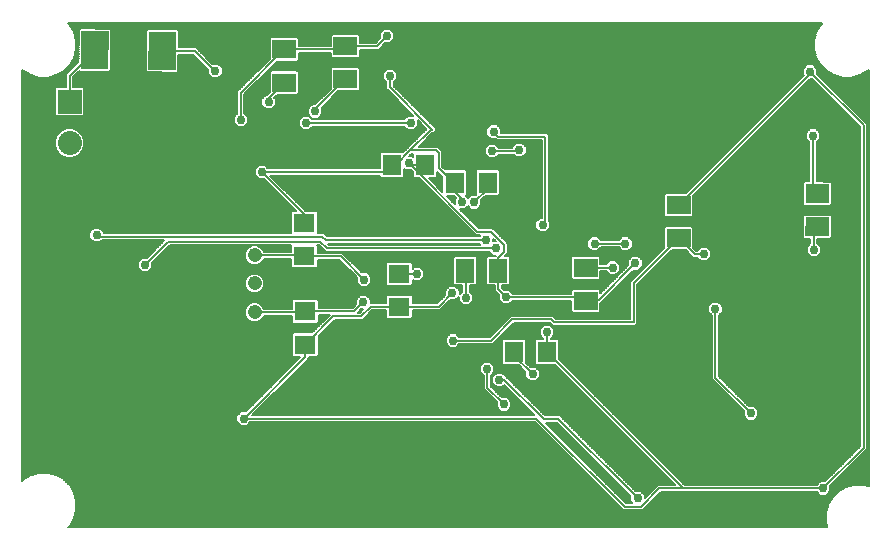
<source format=gbl>
G75*
%MOIN*%
%OFA0B0*%
%FSLAX25Y25*%
%IPPOS*%
%LPD*%
%AMOC8*
5,1,8,0,0,1.08239X$1,22.5*
%
%ADD10R,0.07087X0.06299*%
%ADD11R,0.06299X0.07087*%
%ADD12R,0.08000X0.08000*%
%ADD13C,0.08000*%
%ADD14C,0.04756*%
%ADD15R,0.07874X0.06299*%
%ADD16R,0.06299X0.07874*%
%ADD17R,0.09055X0.12598*%
%ADD18C,0.00600*%
%ADD19C,0.02978*%
D10*
X0100263Y0066788D03*
X0100263Y0077812D03*
X0099938Y0096263D03*
X0099938Y0107287D03*
X0131600Y0090387D03*
X0131600Y0079363D03*
D11*
X0169838Y0064250D03*
X0180862Y0064250D03*
X0161087Y0120725D03*
X0150063Y0120725D03*
X0140262Y0126650D03*
X0129238Y0126650D03*
D12*
X0021700Y0147700D03*
D13*
X0021700Y0133920D03*
D14*
X0083400Y0096575D03*
X0083400Y0087181D03*
X0083400Y0077575D03*
D15*
X0193850Y0081338D03*
X0193850Y0092362D03*
X0224775Y0102188D03*
X0224775Y0113212D03*
X0113550Y0155213D03*
X0113550Y0166237D03*
X0093250Y0165137D03*
X0093250Y0154113D03*
D16*
X0153613Y0091425D03*
X0164637Y0091425D03*
G36*
X0274907Y0109205D02*
X0274896Y0102908D01*
X0267023Y0102921D01*
X0267034Y0109218D01*
X0274907Y0109205D01*
G37*
G36*
X0274927Y0120229D02*
X0274916Y0113932D01*
X0267043Y0113945D01*
X0267054Y0120242D01*
X0274927Y0120229D01*
G37*
D17*
G36*
X0048135Y0171003D02*
X0057187Y0170908D01*
X0057055Y0158311D01*
X0048003Y0158406D01*
X0048135Y0171003D01*
G37*
G36*
X0025695Y0171238D02*
X0034747Y0171143D01*
X0034615Y0158546D01*
X0025563Y0158641D01*
X0025695Y0171238D01*
G37*
D18*
X0021845Y0006410D02*
X0021335Y0005900D01*
X0274343Y0005900D01*
X0273850Y0007737D01*
X0273850Y0010611D01*
X0274594Y0013387D01*
X0276031Y0015875D01*
X0278063Y0017908D01*
X0280552Y0019344D01*
X0283328Y0020088D01*
X0286201Y0020088D01*
X0288039Y0019596D01*
X0288039Y0158430D01*
X0287529Y0157921D01*
X0285040Y0156484D01*
X0282264Y0155740D01*
X0279391Y0155740D01*
X0276615Y0156484D01*
X0274126Y0157921D01*
X0272094Y0159953D01*
X0270657Y0162442D01*
X0269913Y0165217D01*
X0269913Y0168091D01*
X0270657Y0170867D01*
X0272094Y0173356D01*
X0272604Y0173865D01*
X0021335Y0173865D01*
X0021845Y0173356D01*
X0023281Y0170867D01*
X0024025Y0168091D01*
X0024025Y0165217D01*
X0023281Y0162442D01*
X0021845Y0159953D01*
X0019812Y0157921D01*
X0017324Y0156484D01*
X0014548Y0155740D01*
X0011674Y0155740D01*
X0008898Y0156484D01*
X0006410Y0157921D01*
X0005900Y0158430D01*
X0005900Y0021335D01*
X0006410Y0021845D01*
X0008898Y0023281D01*
X0011674Y0024025D01*
X0014548Y0024025D01*
X0017324Y0023281D01*
X0019812Y0021845D01*
X0021845Y0019812D01*
X0023281Y0017324D01*
X0024025Y0014548D01*
X0024025Y0011674D01*
X0023281Y0008898D01*
X0021845Y0006410D01*
X0022004Y0006687D02*
X0274132Y0006687D01*
X0273972Y0007285D02*
X0022350Y0007285D01*
X0022696Y0007884D02*
X0273850Y0007884D01*
X0273850Y0008482D02*
X0023041Y0008482D01*
X0023330Y0009081D02*
X0273850Y0009081D01*
X0273850Y0009679D02*
X0023491Y0009679D01*
X0023651Y0010278D02*
X0273850Y0010278D01*
X0273921Y0010876D02*
X0023811Y0010876D01*
X0023972Y0011475D02*
X0274082Y0011475D01*
X0274242Y0012073D02*
X0213264Y0012073D01*
X0212727Y0011536D02*
X0218841Y0017650D01*
X0270746Y0017650D01*
X0271935Y0016461D01*
X0273915Y0016461D01*
X0275314Y0017860D01*
X0275314Y0019542D01*
X0286972Y0031200D01*
X0286972Y0031200D01*
X0287675Y0031903D01*
X0287675Y0140297D01*
X0270914Y0157058D01*
X0270914Y0158740D01*
X0269515Y0160139D01*
X0267535Y0160139D01*
X0266136Y0158740D01*
X0266136Y0156760D01*
X0266381Y0156515D01*
X0227128Y0117261D01*
X0220465Y0117261D01*
X0219938Y0116734D01*
X0219938Y0109689D01*
X0220465Y0109162D01*
X0229085Y0109162D01*
X0229612Y0109689D01*
X0229612Y0116352D01*
X0268621Y0155361D01*
X0269217Y0155361D01*
X0285275Y0139303D01*
X0285275Y0032897D01*
X0273617Y0021239D01*
X0271935Y0021239D01*
X0270746Y0020050D01*
X0226759Y0020050D01*
X0184911Y0061897D01*
X0184911Y0068166D01*
X0184384Y0068693D01*
X0182062Y0068693D01*
X0182062Y0068733D01*
X0183264Y0069935D01*
X0183264Y0071915D01*
X0181865Y0073314D01*
X0179885Y0073314D01*
X0178486Y0071915D01*
X0178486Y0069935D01*
X0179662Y0068760D01*
X0179662Y0068693D01*
X0177339Y0068693D01*
X0176812Y0068166D01*
X0176812Y0060334D01*
X0177339Y0059807D01*
X0183608Y0059807D01*
X0223365Y0020050D01*
X0217847Y0020050D01*
X0217144Y0019347D01*
X0213464Y0015667D01*
X0213464Y0016515D01*
X0212065Y0017914D01*
X0210383Y0017914D01*
X0185147Y0043150D01*
X0180247Y0043150D01*
X0167414Y0055983D01*
X0167414Y0056040D01*
X0166015Y0057439D01*
X0164035Y0057439D01*
X0162636Y0056040D01*
X0162636Y0054060D01*
X0164035Y0052661D01*
X0166015Y0052661D01*
X0166678Y0053325D01*
X0176678Y0043325D01*
X0082647Y0043325D01*
X0100760Y0061438D01*
X0101463Y0062141D01*
X0101463Y0062739D01*
X0104179Y0062739D01*
X0104706Y0063266D01*
X0104706Y0069534D01*
X0110184Y0075012D01*
X0119403Y0075012D01*
X0122554Y0078163D01*
X0127157Y0078163D01*
X0127157Y0075841D01*
X0127684Y0075314D01*
X0135516Y0075314D01*
X0136043Y0075841D01*
X0136043Y0078163D01*
X0145260Y0078163D01*
X0148658Y0081561D01*
X0150340Y0081561D01*
X0151461Y0082683D01*
X0151461Y0081260D01*
X0152860Y0079861D01*
X0154840Y0079861D01*
X0156239Y0081260D01*
X0156239Y0083240D01*
X0155050Y0084429D01*
X0155050Y0086588D01*
X0157136Y0086588D01*
X0157663Y0087115D01*
X0157663Y0095735D01*
X0157136Y0096262D01*
X0150091Y0096262D01*
X0149564Y0095735D01*
X0149564Y0087115D01*
X0150091Y0086588D01*
X0152650Y0086588D01*
X0152650Y0084429D01*
X0151739Y0083517D01*
X0151739Y0084940D01*
X0150340Y0086339D01*
X0148360Y0086339D01*
X0146961Y0084940D01*
X0146961Y0083258D01*
X0144266Y0080563D01*
X0136043Y0080563D01*
X0136043Y0082886D01*
X0135516Y0083413D01*
X0127684Y0083413D01*
X0127157Y0082886D01*
X0127157Y0080563D01*
X0122064Y0080563D01*
X0122064Y0081915D01*
X0120665Y0083314D01*
X0118685Y0083314D01*
X0117286Y0081915D01*
X0117286Y0080233D01*
X0116065Y0079012D01*
X0104706Y0079012D01*
X0104706Y0081334D01*
X0104179Y0081861D01*
X0096347Y0081861D01*
X0095820Y0081334D01*
X0095820Y0078775D01*
X0086451Y0078775D01*
X0086179Y0079432D01*
X0085257Y0080354D01*
X0084052Y0080853D01*
X0082748Y0080853D01*
X0081543Y0080354D01*
X0080621Y0079432D01*
X0080122Y0078227D01*
X0080122Y0076923D01*
X0080621Y0075718D01*
X0081543Y0074796D01*
X0082748Y0074297D01*
X0084052Y0074297D01*
X0085257Y0074796D01*
X0086179Y0075718D01*
X0086451Y0076375D01*
X0095820Y0076375D01*
X0095820Y0074289D01*
X0096347Y0073762D01*
X0104179Y0073762D01*
X0104706Y0074289D01*
X0104706Y0076612D01*
X0108390Y0076612D01*
X0102616Y0070838D01*
X0096347Y0070838D01*
X0095820Y0070311D01*
X0095820Y0063266D01*
X0096347Y0062739D01*
X0098667Y0062739D01*
X0080442Y0044514D01*
X0078760Y0044514D01*
X0077361Y0043115D01*
X0077361Y0041135D01*
X0078760Y0039736D01*
X0080740Y0039736D01*
X0081929Y0040925D01*
X0176815Y0040925D01*
X0205501Y0012239D01*
X0206204Y0011536D01*
X0212727Y0011536D01*
X0212230Y0012736D02*
X0218344Y0018850D01*
X0226262Y0018850D01*
X0226475Y0018850D01*
X0272925Y0018850D01*
X0286475Y0032400D01*
X0286475Y0139800D01*
X0268525Y0157750D01*
X0268525Y0156962D01*
X0224775Y0113212D01*
X0229612Y0113222D02*
X0266491Y0113222D01*
X0266668Y0113045D02*
X0275287Y0113030D01*
X0275815Y0113556D01*
X0275828Y0120601D01*
X0275301Y0121129D01*
X0270725Y0121137D01*
X0270725Y0134271D01*
X0271914Y0135460D01*
X0271914Y0137440D01*
X0270515Y0138839D01*
X0268535Y0138839D01*
X0267136Y0137440D01*
X0267136Y0135460D01*
X0268325Y0134271D01*
X0268325Y0121141D01*
X0266682Y0121144D01*
X0266154Y0120618D01*
X0266141Y0113573D01*
X0266668Y0113045D01*
X0266142Y0113820D02*
X0229612Y0113820D01*
X0229612Y0114419D02*
X0266143Y0114419D01*
X0266144Y0115017D02*
X0229612Y0115017D01*
X0229612Y0115616D02*
X0266145Y0115616D01*
X0266146Y0116214D02*
X0229612Y0116214D01*
X0230073Y0116813D02*
X0266147Y0116813D01*
X0266148Y0117411D02*
X0230671Y0117411D01*
X0231270Y0118010D02*
X0266149Y0118010D01*
X0266150Y0118608D02*
X0231868Y0118608D01*
X0232467Y0119207D02*
X0266151Y0119207D01*
X0266152Y0119805D02*
X0233065Y0119805D01*
X0233664Y0120404D02*
X0266153Y0120404D01*
X0266540Y0121002D02*
X0234262Y0121002D01*
X0234861Y0121601D02*
X0268325Y0121601D01*
X0268325Y0122199D02*
X0235460Y0122199D01*
X0236058Y0122798D02*
X0268325Y0122798D01*
X0268325Y0123396D02*
X0236657Y0123396D01*
X0237255Y0123995D02*
X0268325Y0123995D01*
X0268325Y0124593D02*
X0237854Y0124593D01*
X0238452Y0125192D02*
X0268325Y0125192D01*
X0268325Y0125790D02*
X0239051Y0125790D01*
X0239649Y0126389D02*
X0268325Y0126389D01*
X0268325Y0126987D02*
X0240248Y0126987D01*
X0240846Y0127586D02*
X0268325Y0127586D01*
X0268325Y0128184D02*
X0241445Y0128184D01*
X0242043Y0128783D02*
X0268325Y0128783D01*
X0268325Y0129381D02*
X0242642Y0129381D01*
X0243240Y0129980D02*
X0268325Y0129980D01*
X0268325Y0130578D02*
X0243839Y0130578D01*
X0244437Y0131177D02*
X0268325Y0131177D01*
X0268325Y0131775D02*
X0245036Y0131775D01*
X0245634Y0132374D02*
X0268325Y0132374D01*
X0268325Y0132972D02*
X0246233Y0132972D01*
X0246831Y0133571D02*
X0268325Y0133571D01*
X0268325Y0134170D02*
X0247430Y0134170D01*
X0248028Y0134768D02*
X0267828Y0134768D01*
X0267230Y0135367D02*
X0248627Y0135367D01*
X0249225Y0135965D02*
X0267136Y0135965D01*
X0267136Y0136564D02*
X0249824Y0136564D01*
X0250422Y0137162D02*
X0267136Y0137162D01*
X0267457Y0137761D02*
X0251021Y0137761D01*
X0251619Y0138359D02*
X0268056Y0138359D01*
X0269525Y0136450D02*
X0269525Y0118546D01*
X0270985Y0117087D01*
X0275821Y0116813D02*
X0285275Y0116813D01*
X0285275Y0117411D02*
X0275822Y0117411D01*
X0275823Y0118010D02*
X0285275Y0118010D01*
X0285275Y0118608D02*
X0275824Y0118608D01*
X0275825Y0119207D02*
X0285275Y0119207D01*
X0285275Y0119805D02*
X0275826Y0119805D01*
X0275827Y0120404D02*
X0285275Y0120404D01*
X0285275Y0121002D02*
X0275428Y0121002D01*
X0270725Y0121601D02*
X0285275Y0121601D01*
X0285275Y0122199D02*
X0270725Y0122199D01*
X0270725Y0122798D02*
X0285275Y0122798D01*
X0285275Y0123396D02*
X0270725Y0123396D01*
X0270725Y0123995D02*
X0285275Y0123995D01*
X0285275Y0124593D02*
X0270725Y0124593D01*
X0270725Y0125192D02*
X0285275Y0125192D01*
X0285275Y0125790D02*
X0270725Y0125790D01*
X0270725Y0126389D02*
X0285275Y0126389D01*
X0285275Y0126987D02*
X0270725Y0126987D01*
X0270725Y0127586D02*
X0285275Y0127586D01*
X0285275Y0128184D02*
X0270725Y0128184D01*
X0270725Y0128783D02*
X0285275Y0128783D01*
X0285275Y0129381D02*
X0270725Y0129381D01*
X0270725Y0129980D02*
X0285275Y0129980D01*
X0285275Y0130578D02*
X0270725Y0130578D01*
X0270725Y0131177D02*
X0285275Y0131177D01*
X0285275Y0131775D02*
X0270725Y0131775D01*
X0270725Y0132374D02*
X0285275Y0132374D01*
X0285275Y0132972D02*
X0270725Y0132972D01*
X0270725Y0133571D02*
X0285275Y0133571D01*
X0285275Y0134170D02*
X0270725Y0134170D01*
X0271222Y0134768D02*
X0285275Y0134768D01*
X0285275Y0135367D02*
X0271820Y0135367D01*
X0271914Y0135965D02*
X0285275Y0135965D01*
X0285275Y0136564D02*
X0271914Y0136564D01*
X0271914Y0137162D02*
X0285275Y0137162D01*
X0285275Y0137761D02*
X0271593Y0137761D01*
X0270994Y0138359D02*
X0285275Y0138359D01*
X0285275Y0138958D02*
X0252218Y0138958D01*
X0252816Y0139556D02*
X0285022Y0139556D01*
X0284423Y0140155D02*
X0253415Y0140155D01*
X0254013Y0140753D02*
X0283825Y0140753D01*
X0283226Y0141352D02*
X0254612Y0141352D01*
X0255210Y0141950D02*
X0282628Y0141950D01*
X0282029Y0142549D02*
X0255809Y0142549D01*
X0256407Y0143147D02*
X0281431Y0143147D01*
X0280832Y0143746D02*
X0257006Y0143746D01*
X0257604Y0144344D02*
X0280234Y0144344D01*
X0279635Y0144943D02*
X0258203Y0144943D01*
X0258801Y0145541D02*
X0279037Y0145541D01*
X0278438Y0146140D02*
X0259400Y0146140D01*
X0259998Y0146738D02*
X0277840Y0146738D01*
X0277241Y0147337D02*
X0260597Y0147337D01*
X0261196Y0147935D02*
X0276643Y0147935D01*
X0276044Y0148534D02*
X0261794Y0148534D01*
X0262393Y0149132D02*
X0275446Y0149132D01*
X0274847Y0149731D02*
X0262991Y0149731D01*
X0263590Y0150329D02*
X0274249Y0150329D01*
X0273650Y0150928D02*
X0264188Y0150928D01*
X0264787Y0151526D02*
X0273052Y0151526D01*
X0272453Y0152125D02*
X0265385Y0152125D01*
X0265984Y0152723D02*
X0271855Y0152723D01*
X0271256Y0153322D02*
X0266582Y0153322D01*
X0267181Y0153920D02*
X0270658Y0153920D01*
X0270059Y0154519D02*
X0267779Y0154519D01*
X0268378Y0155117D02*
X0269461Y0155117D01*
X0271059Y0156913D02*
X0275872Y0156913D01*
X0274835Y0157511D02*
X0270914Y0157511D01*
X0270914Y0158110D02*
X0273937Y0158110D01*
X0273338Y0158708D02*
X0270914Y0158708D01*
X0270347Y0159307D02*
X0272740Y0159307D01*
X0272141Y0159905D02*
X0269748Y0159905D01*
X0271430Y0161103D02*
X0097575Y0161103D01*
X0097560Y0161087D02*
X0098087Y0161614D01*
X0098087Y0163937D01*
X0108713Y0163937D01*
X0108713Y0162714D01*
X0109240Y0162187D01*
X0117860Y0162187D01*
X0118387Y0162714D01*
X0118387Y0165037D01*
X0124734Y0165037D01*
X0126933Y0167236D01*
X0128615Y0167236D01*
X0130014Y0168635D01*
X0130014Y0170615D01*
X0128615Y0172014D01*
X0126635Y0172014D01*
X0125236Y0170615D01*
X0125236Y0168933D01*
X0123740Y0167437D01*
X0118387Y0167437D01*
X0118387Y0169759D01*
X0117860Y0170286D01*
X0109240Y0170286D01*
X0108713Y0169759D01*
X0108713Y0166337D01*
X0098087Y0166337D01*
X0098087Y0168659D01*
X0097560Y0169186D01*
X0088940Y0169186D01*
X0088413Y0168659D01*
X0088413Y0161997D01*
X0078278Y0151862D01*
X0077575Y0151159D01*
X0077575Y0143929D01*
X0076386Y0142740D01*
X0076386Y0140760D01*
X0077785Y0139361D01*
X0079765Y0139361D01*
X0081164Y0140760D01*
X0081164Y0142740D01*
X0079975Y0143929D01*
X0079975Y0150165D01*
X0090897Y0161087D01*
X0097560Y0161087D01*
X0098087Y0161701D02*
X0271085Y0161701D01*
X0270739Y0162300D02*
X0117972Y0162300D01*
X0118387Y0162898D02*
X0270535Y0162898D01*
X0270374Y0163497D02*
X0118387Y0163497D01*
X0118387Y0164095D02*
X0270214Y0164095D01*
X0270054Y0164694D02*
X0118387Y0164694D01*
X0118387Y0167686D02*
X0123989Y0167686D01*
X0124588Y0168285D02*
X0118387Y0168285D01*
X0118387Y0168883D02*
X0125186Y0168883D01*
X0125236Y0169482D02*
X0118387Y0169482D01*
X0118066Y0170080D02*
X0125236Y0170080D01*
X0125300Y0170679D02*
X0058086Y0170679D01*
X0058092Y0171272D02*
X0057570Y0171805D01*
X0047770Y0171908D01*
X0047237Y0171386D01*
X0047098Y0158043D01*
X0047619Y0157510D01*
X0057420Y0157407D01*
X0057952Y0157929D01*
X0058010Y0163457D01*
X0062870Y0163457D01*
X0067961Y0158367D01*
X0067961Y0157060D01*
X0069360Y0155661D01*
X0071340Y0155661D01*
X0072739Y0157060D01*
X0072739Y0159040D01*
X0071340Y0160439D01*
X0069360Y0160439D01*
X0069322Y0160400D01*
X0063865Y0165857D01*
X0058035Y0165857D01*
X0058092Y0171272D01*
X0058087Y0171277D02*
X0125899Y0171277D01*
X0126497Y0171876D02*
X0050814Y0171876D01*
X0047738Y0171876D02*
X0035291Y0171876D01*
X0035131Y0172040D02*
X0035652Y0171507D01*
X0035513Y0158164D01*
X0034980Y0157642D01*
X0025180Y0157745D01*
X0024945Y0157985D01*
X0022900Y0155940D01*
X0022900Y0152600D01*
X0026073Y0152600D01*
X0026600Y0152073D01*
X0026600Y0143327D01*
X0026073Y0142800D01*
X0017327Y0142800D01*
X0016800Y0143327D01*
X0016800Y0152073D01*
X0017327Y0152600D01*
X0020500Y0152600D01*
X0020500Y0156934D01*
X0024688Y0161122D01*
X0024798Y0171621D01*
X0025330Y0172143D01*
X0035131Y0172040D01*
X0035650Y0171277D02*
X0047236Y0171277D01*
X0047230Y0170679D02*
X0035644Y0170679D01*
X0035637Y0170080D02*
X0047224Y0170080D01*
X0047218Y0169482D02*
X0035631Y0169482D01*
X0035625Y0168883D02*
X0047211Y0168883D01*
X0047205Y0168285D02*
X0035619Y0168285D01*
X0035612Y0167686D02*
X0047199Y0167686D01*
X0047192Y0167088D02*
X0035606Y0167088D01*
X0035600Y0166489D02*
X0047186Y0166489D01*
X0047180Y0165891D02*
X0035593Y0165891D01*
X0035587Y0165292D02*
X0047174Y0165292D01*
X0047167Y0164694D02*
X0035581Y0164694D01*
X0035575Y0164095D02*
X0047161Y0164095D01*
X0047155Y0163497D02*
X0035568Y0163497D01*
X0035562Y0162898D02*
X0047149Y0162898D01*
X0047142Y0162300D02*
X0035556Y0162300D01*
X0035550Y0161701D02*
X0047136Y0161701D01*
X0047130Y0161103D02*
X0035543Y0161103D01*
X0035537Y0160504D02*
X0047124Y0160504D01*
X0047117Y0159905D02*
X0035531Y0159905D01*
X0035524Y0159307D02*
X0047111Y0159307D01*
X0047105Y0158708D02*
X0035518Y0158708D01*
X0035457Y0158110D02*
X0047098Y0158110D01*
X0047618Y0157511D02*
X0024471Y0157511D01*
X0023873Y0156913D02*
X0068109Y0156913D01*
X0067961Y0157511D02*
X0057526Y0157511D01*
X0057954Y0158110D02*
X0067961Y0158110D01*
X0067619Y0158708D02*
X0057960Y0158708D01*
X0057967Y0159307D02*
X0067021Y0159307D01*
X0066422Y0159905D02*
X0057973Y0159905D01*
X0057979Y0160504D02*
X0065824Y0160504D01*
X0065225Y0161103D02*
X0057985Y0161103D01*
X0057992Y0161701D02*
X0064627Y0161701D01*
X0064028Y0162300D02*
X0057998Y0162300D01*
X0058004Y0162898D02*
X0063430Y0162898D01*
X0063368Y0164657D02*
X0070175Y0157850D01*
X0070350Y0158025D01*
X0070350Y0158050D01*
X0072739Y0158110D02*
X0084526Y0158110D01*
X0083928Y0157511D02*
X0072739Y0157511D01*
X0072591Y0156913D02*
X0083329Y0156913D01*
X0082731Y0156314D02*
X0071993Y0156314D01*
X0071394Y0155716D02*
X0082132Y0155716D01*
X0081534Y0155117D02*
X0022900Y0155117D01*
X0022900Y0154519D02*
X0080935Y0154519D01*
X0080337Y0153920D02*
X0022900Y0153920D01*
X0022900Y0153322D02*
X0079738Y0153322D01*
X0079140Y0152723D02*
X0022900Y0152723D01*
X0020500Y0152723D02*
X0005900Y0152723D01*
X0005900Y0152125D02*
X0016852Y0152125D01*
X0016800Y0151526D02*
X0005900Y0151526D01*
X0005900Y0150928D02*
X0016800Y0150928D01*
X0016800Y0150329D02*
X0005900Y0150329D01*
X0005900Y0149731D02*
X0016800Y0149731D01*
X0016800Y0149132D02*
X0005900Y0149132D01*
X0005900Y0148534D02*
X0016800Y0148534D01*
X0016800Y0147935D02*
X0005900Y0147935D01*
X0005900Y0147337D02*
X0016800Y0147337D01*
X0016800Y0146738D02*
X0005900Y0146738D01*
X0005900Y0146140D02*
X0016800Y0146140D01*
X0016800Y0145541D02*
X0005900Y0145541D01*
X0005900Y0144943D02*
X0016800Y0144943D01*
X0016800Y0144344D02*
X0005900Y0144344D01*
X0005900Y0143746D02*
X0016800Y0143746D01*
X0016980Y0143147D02*
X0005900Y0143147D01*
X0005900Y0142549D02*
X0076386Y0142549D01*
X0076386Y0141950D02*
X0005900Y0141950D01*
X0005900Y0141352D02*
X0076386Y0141352D01*
X0076393Y0140753D02*
X0005900Y0140753D01*
X0005900Y0140155D02*
X0076992Y0140155D01*
X0077590Y0139556D02*
X0005900Y0139556D01*
X0005900Y0138958D02*
X0098764Y0138958D01*
X0098165Y0139556D02*
X0079960Y0139556D01*
X0080558Y0140155D02*
X0098111Y0140155D01*
X0098111Y0139610D02*
X0099510Y0138211D01*
X0101490Y0138211D01*
X0102679Y0139400D01*
X0133321Y0139400D01*
X0134410Y0138311D01*
X0136390Y0138311D01*
X0137789Y0139710D01*
X0137789Y0141564D01*
X0140694Y0138659D01*
X0134026Y0131990D01*
X0132945Y0130909D01*
X0132761Y0131093D01*
X0125716Y0131093D01*
X0125189Y0130566D01*
X0125189Y0125500D01*
X0087954Y0125500D01*
X0086765Y0126689D01*
X0084785Y0126689D01*
X0083386Y0125290D01*
X0083386Y0123310D01*
X0084785Y0121911D01*
X0086467Y0121911D01*
X0097042Y0111336D01*
X0096022Y0111336D01*
X0095495Y0110809D01*
X0095495Y0103925D01*
X0033139Y0103925D01*
X0033139Y0104215D01*
X0031740Y0105614D01*
X0029760Y0105614D01*
X0028361Y0104215D01*
X0028361Y0102235D01*
X0029760Y0100836D01*
X0031740Y0100836D01*
X0032429Y0101525D01*
X0053303Y0101525D01*
X0047492Y0095714D01*
X0045810Y0095714D01*
X0044411Y0094315D01*
X0044411Y0092335D01*
X0045810Y0090936D01*
X0047790Y0090936D01*
X0049189Y0092335D01*
X0049189Y0094017D01*
X0055097Y0099925D01*
X0095634Y0099925D01*
X0095495Y0099786D01*
X0095495Y0097775D01*
X0086451Y0097775D01*
X0086179Y0098432D01*
X0085257Y0099354D01*
X0084052Y0099853D01*
X0082748Y0099853D01*
X0081543Y0099354D01*
X0080621Y0098432D01*
X0080122Y0097227D01*
X0080122Y0095923D01*
X0080621Y0094718D01*
X0081543Y0093796D01*
X0082748Y0093297D01*
X0084052Y0093297D01*
X0085257Y0093796D01*
X0086179Y0094718D01*
X0086451Y0095375D01*
X0095495Y0095375D01*
X0095495Y0092741D01*
X0096022Y0092214D01*
X0103854Y0092214D01*
X0104381Y0092741D01*
X0104381Y0095063D01*
X0111640Y0095063D01*
X0117561Y0089142D01*
X0117561Y0087460D01*
X0118960Y0086061D01*
X0120940Y0086061D01*
X0122339Y0087460D01*
X0122339Y0089440D01*
X0120940Y0090839D01*
X0119258Y0090839D01*
X0112634Y0097463D01*
X0104381Y0097463D01*
X0104381Y0099786D01*
X0104242Y0099925D01*
X0104828Y0099925D01*
X0107103Y0097650D01*
X0161671Y0097650D01*
X0162860Y0096461D01*
X0163708Y0096461D01*
X0163509Y0096262D01*
X0161114Y0096262D01*
X0160587Y0095735D01*
X0160587Y0087115D01*
X0161114Y0086588D01*
X0163437Y0086588D01*
X0163437Y0084666D01*
X0164861Y0083242D01*
X0164861Y0081560D01*
X0166260Y0080161D01*
X0168240Y0080161D01*
X0169429Y0081350D01*
X0189013Y0081350D01*
X0189013Y0077816D01*
X0189540Y0077289D01*
X0198160Y0077289D01*
X0198687Y0077816D01*
X0198687Y0080569D01*
X0198766Y0080569D01*
X0199469Y0081272D01*
X0209658Y0091461D01*
X0211340Y0091461D01*
X0212739Y0092860D01*
X0212739Y0094840D01*
X0211340Y0096239D01*
X0209360Y0096239D01*
X0207961Y0094840D01*
X0207961Y0093158D01*
X0198687Y0083884D01*
X0198687Y0084861D01*
X0198160Y0085388D01*
X0189540Y0085388D01*
X0189013Y0084861D01*
X0189013Y0083750D01*
X0169429Y0083750D01*
X0168240Y0084939D01*
X0166558Y0084939D01*
X0165837Y0085660D01*
X0165837Y0086588D01*
X0168159Y0086588D01*
X0168686Y0087115D01*
X0168686Y0095735D01*
X0168159Y0096262D01*
X0166903Y0096262D01*
X0167839Y0097198D01*
X0167839Y0100502D01*
X0163416Y0104925D01*
X0162713Y0105628D01*
X0158146Y0105628D01*
X0151863Y0111911D01*
X0153537Y0111911D01*
X0154461Y0112835D01*
X0155535Y0111761D01*
X0157515Y0111761D01*
X0158914Y0113160D01*
X0158914Y0114842D01*
X0160354Y0116282D01*
X0164609Y0116282D01*
X0165136Y0116809D01*
X0165136Y0124641D01*
X0164609Y0125168D01*
X0157564Y0125168D01*
X0157037Y0124641D01*
X0157037Y0116809D01*
X0157262Y0116584D01*
X0157217Y0116539D01*
X0155535Y0116539D01*
X0154611Y0115615D01*
X0153765Y0116461D01*
X0154113Y0116809D01*
X0154113Y0124641D01*
X0153586Y0125168D01*
X0146742Y0125168D01*
X0145911Y0125999D01*
X0145911Y0131229D01*
X0145208Y0131932D01*
X0145150Y0131990D01*
X0144447Y0132693D01*
X0138123Y0132693D01*
X0142680Y0137250D01*
X0143097Y0137250D01*
X0143800Y0137953D01*
X0143800Y0138947D01*
X0129736Y0153011D01*
X0129736Y0154196D01*
X0130925Y0155385D01*
X0130925Y0157365D01*
X0129526Y0158764D01*
X0127546Y0158764D01*
X0126147Y0157365D01*
X0126147Y0155385D01*
X0127336Y0154196D01*
X0127336Y0152017D01*
X0128039Y0151314D01*
X0136264Y0143089D01*
X0134410Y0143089D01*
X0133121Y0141800D01*
X0102679Y0141800D01*
X0101490Y0142989D01*
X0099510Y0142989D01*
X0098111Y0141590D01*
X0098111Y0139610D01*
X0098111Y0140753D02*
X0081157Y0140753D01*
X0081164Y0141352D02*
X0098111Y0141352D01*
X0098472Y0141950D02*
X0081164Y0141950D01*
X0081164Y0142549D02*
X0099070Y0142549D01*
X0101161Y0143485D02*
X0101161Y0145465D01*
X0102560Y0146864D01*
X0103504Y0146864D01*
X0108713Y0152073D01*
X0108713Y0158736D01*
X0109240Y0159263D01*
X0117860Y0159263D01*
X0118387Y0158736D01*
X0118387Y0151691D01*
X0117860Y0151164D01*
X0111197Y0151164D01*
X0105719Y0145685D01*
X0105939Y0145465D01*
X0105939Y0143485D01*
X0104540Y0142086D01*
X0102560Y0142086D01*
X0101161Y0143485D01*
X0101161Y0143746D02*
X0080158Y0143746D01*
X0079975Y0144344D02*
X0101161Y0144344D01*
X0101161Y0144943D02*
X0079975Y0144943D01*
X0079975Y0145541D02*
X0086730Y0145541D01*
X0087085Y0145186D02*
X0089065Y0145186D01*
X0090464Y0146585D01*
X0090464Y0148565D01*
X0089931Y0149097D01*
X0090897Y0150064D01*
X0097560Y0150064D01*
X0098087Y0150591D01*
X0098087Y0157636D01*
X0097560Y0158163D01*
X0088940Y0158163D01*
X0088413Y0157636D01*
X0088413Y0150973D01*
X0087404Y0149964D01*
X0087085Y0149964D01*
X0085686Y0148565D01*
X0085686Y0146585D01*
X0087085Y0145186D01*
X0086132Y0146140D02*
X0079975Y0146140D01*
X0079975Y0146738D02*
X0085686Y0146738D01*
X0085686Y0147337D02*
X0079975Y0147337D01*
X0079975Y0147935D02*
X0085686Y0147935D01*
X0085686Y0148534D02*
X0079975Y0148534D01*
X0079975Y0149132D02*
X0086254Y0149132D01*
X0086852Y0149731D02*
X0079975Y0149731D01*
X0080140Y0150329D02*
X0087769Y0150329D01*
X0088368Y0150928D02*
X0080738Y0150928D01*
X0081337Y0151526D02*
X0088413Y0151526D01*
X0088413Y0152125D02*
X0081935Y0152125D01*
X0082534Y0152723D02*
X0088413Y0152723D01*
X0088413Y0153322D02*
X0083132Y0153322D01*
X0083731Y0153920D02*
X0088413Y0153920D01*
X0088413Y0154519D02*
X0084329Y0154519D01*
X0084928Y0155117D02*
X0088413Y0155117D01*
X0088413Y0155716D02*
X0085526Y0155716D01*
X0086125Y0156314D02*
X0088413Y0156314D01*
X0088413Y0156913D02*
X0086723Y0156913D01*
X0087322Y0157511D02*
X0088413Y0157511D01*
X0088887Y0158110D02*
X0087920Y0158110D01*
X0088519Y0158708D02*
X0108713Y0158708D01*
X0108713Y0158110D02*
X0097613Y0158110D01*
X0098087Y0157511D02*
X0108713Y0157511D01*
X0108713Y0156913D02*
X0098087Y0156913D01*
X0098087Y0156314D02*
X0108713Y0156314D01*
X0108713Y0155716D02*
X0098087Y0155716D01*
X0098087Y0155117D02*
X0108713Y0155117D01*
X0108713Y0154519D02*
X0098087Y0154519D01*
X0098087Y0153920D02*
X0108713Y0153920D01*
X0108713Y0153322D02*
X0098087Y0153322D01*
X0098087Y0152723D02*
X0108713Y0152723D01*
X0108713Y0152125D02*
X0098087Y0152125D01*
X0098087Y0151526D02*
X0108166Y0151526D01*
X0107568Y0150928D02*
X0098087Y0150928D01*
X0097826Y0150329D02*
X0106969Y0150329D01*
X0106371Y0149731D02*
X0090565Y0149731D01*
X0089966Y0149132D02*
X0105772Y0149132D01*
X0105174Y0148534D02*
X0090464Y0148534D01*
X0090464Y0147935D02*
X0104575Y0147935D01*
X0103977Y0147337D02*
X0090464Y0147337D01*
X0090464Y0146738D02*
X0102435Y0146738D01*
X0101836Y0146140D02*
X0090018Y0146140D01*
X0089420Y0145541D02*
X0101238Y0145541D01*
X0103550Y0145213D02*
X0103550Y0144475D01*
X0103550Y0145213D02*
X0113550Y0155213D01*
X0118387Y0155117D02*
X0126415Y0155117D01*
X0126147Y0155716D02*
X0118387Y0155716D01*
X0118387Y0156314D02*
X0126147Y0156314D01*
X0126147Y0156913D02*
X0118387Y0156913D01*
X0118387Y0157511D02*
X0126294Y0157511D01*
X0126892Y0158110D02*
X0118387Y0158110D01*
X0118387Y0158708D02*
X0127491Y0158708D01*
X0129581Y0158708D02*
X0266136Y0158708D01*
X0266136Y0158110D02*
X0130180Y0158110D01*
X0130778Y0157511D02*
X0266136Y0157511D01*
X0266136Y0156913D02*
X0130925Y0156913D01*
X0130925Y0156314D02*
X0266181Y0156314D01*
X0265582Y0155716D02*
X0130925Y0155716D01*
X0130657Y0155117D02*
X0264984Y0155117D01*
X0264385Y0154519D02*
X0130058Y0154519D01*
X0129736Y0153920D02*
X0263787Y0153920D01*
X0263188Y0153322D02*
X0129736Y0153322D01*
X0130024Y0152723D02*
X0262590Y0152723D01*
X0261991Y0152125D02*
X0130622Y0152125D01*
X0131221Y0151526D02*
X0261392Y0151526D01*
X0260794Y0150928D02*
X0131819Y0150928D01*
X0132418Y0150329D02*
X0260195Y0150329D01*
X0259597Y0149731D02*
X0133016Y0149731D01*
X0133615Y0149132D02*
X0258998Y0149132D01*
X0258400Y0148534D02*
X0134213Y0148534D01*
X0134812Y0147935D02*
X0257801Y0147935D01*
X0257203Y0147337D02*
X0135410Y0147337D01*
X0136009Y0146738D02*
X0256604Y0146738D01*
X0256006Y0146140D02*
X0136607Y0146140D01*
X0137206Y0145541D02*
X0255407Y0145541D01*
X0254809Y0144943D02*
X0137804Y0144943D01*
X0138403Y0144344D02*
X0254210Y0144344D01*
X0253612Y0143746D02*
X0139001Y0143746D01*
X0139600Y0143147D02*
X0253013Y0143147D01*
X0252415Y0142549D02*
X0140198Y0142549D01*
X0140797Y0141950D02*
X0251816Y0141950D01*
X0251218Y0141352D02*
X0141395Y0141352D01*
X0141994Y0140753D02*
X0250619Y0140753D01*
X0250021Y0140155D02*
X0142592Y0140155D01*
X0143191Y0139556D02*
X0161478Y0139556D01*
X0162060Y0140139D02*
X0160661Y0138740D01*
X0160661Y0136760D01*
X0162060Y0135361D01*
X0163742Y0135361D01*
X0164178Y0134925D01*
X0179150Y0134925D01*
X0179150Y0109039D01*
X0178410Y0109039D01*
X0177011Y0107640D01*
X0177011Y0105660D01*
X0178410Y0104261D01*
X0180390Y0104261D01*
X0181789Y0105660D01*
X0181789Y0107640D01*
X0181550Y0107879D01*
X0181550Y0136622D01*
X0180847Y0137325D01*
X0165439Y0137325D01*
X0165439Y0138740D01*
X0164040Y0140139D01*
X0162060Y0140139D01*
X0160879Y0138958D02*
X0143789Y0138958D01*
X0143800Y0138359D02*
X0160661Y0138359D01*
X0160661Y0137761D02*
X0143608Y0137761D01*
X0142592Y0137162D02*
X0160661Y0137162D01*
X0160858Y0136564D02*
X0141993Y0136564D01*
X0141395Y0135965D02*
X0161456Y0135965D01*
X0162055Y0135367D02*
X0140796Y0135367D01*
X0140198Y0134768D02*
X0179150Y0134768D01*
X0179150Y0134170D02*
X0139599Y0134170D01*
X0139001Y0133571D02*
X0161467Y0133571D01*
X0161535Y0133639D02*
X0160136Y0132240D01*
X0160136Y0130260D01*
X0161535Y0128861D01*
X0163515Y0128861D01*
X0164704Y0130050D01*
X0169796Y0130050D01*
X0170660Y0129186D01*
X0172640Y0129186D01*
X0174039Y0130585D01*
X0174039Y0132565D01*
X0172640Y0133964D01*
X0170660Y0133964D01*
X0169261Y0132565D01*
X0169261Y0132450D01*
X0164704Y0132450D01*
X0163515Y0133639D01*
X0161535Y0133639D01*
X0160869Y0132972D02*
X0138402Y0132972D01*
X0136804Y0134768D02*
X0026600Y0134768D01*
X0026600Y0134895D02*
X0026600Y0132946D01*
X0025854Y0131145D01*
X0024476Y0129766D01*
X0022675Y0129020D01*
X0020725Y0129020D01*
X0018924Y0129766D01*
X0017546Y0131145D01*
X0016800Y0132946D01*
X0016800Y0134895D01*
X0017546Y0136696D01*
X0018924Y0138074D01*
X0020725Y0138820D01*
X0022675Y0138820D01*
X0024476Y0138074D01*
X0025854Y0136696D01*
X0026600Y0134895D01*
X0026405Y0135367D02*
X0137402Y0135367D01*
X0138001Y0135965D02*
X0026157Y0135965D01*
X0025909Y0136564D02*
X0138599Y0136564D01*
X0139198Y0137162D02*
X0025388Y0137162D01*
X0024790Y0137761D02*
X0139796Y0137761D01*
X0140395Y0138359D02*
X0136438Y0138359D01*
X0137036Y0138958D02*
X0140395Y0138958D01*
X0139797Y0139556D02*
X0137635Y0139556D01*
X0137789Y0140155D02*
X0139198Y0140155D01*
X0138600Y0140753D02*
X0137789Y0140753D01*
X0137789Y0141352D02*
X0138001Y0141352D01*
X0136206Y0143147D02*
X0105601Y0143147D01*
X0105939Y0143746D02*
X0135607Y0143746D01*
X0135009Y0144344D02*
X0105939Y0144344D01*
X0105939Y0144943D02*
X0134410Y0144943D01*
X0133812Y0145541D02*
X0105862Y0145541D01*
X0106174Y0146140D02*
X0133213Y0146140D01*
X0132615Y0146738D02*
X0106772Y0146738D01*
X0107371Y0147337D02*
X0132016Y0147337D01*
X0131418Y0147935D02*
X0107969Y0147935D01*
X0108568Y0148534D02*
X0130819Y0148534D01*
X0130221Y0149132D02*
X0109166Y0149132D01*
X0109765Y0149731D02*
X0129622Y0149731D01*
X0129024Y0150329D02*
X0110363Y0150329D01*
X0110962Y0150928D02*
X0128425Y0150928D01*
X0127827Y0151526D02*
X0118223Y0151526D01*
X0118387Y0152125D02*
X0127336Y0152125D01*
X0127336Y0152723D02*
X0118387Y0152723D01*
X0118387Y0153322D02*
X0127336Y0153322D01*
X0127336Y0153920D02*
X0118387Y0153920D01*
X0118387Y0154519D02*
X0127014Y0154519D01*
X0128536Y0156375D02*
X0128536Y0152514D01*
X0142600Y0138450D01*
X0142183Y0138450D01*
X0135226Y0131493D01*
X0143950Y0131493D01*
X0144711Y0130732D01*
X0144711Y0125502D01*
X0150063Y0120150D01*
X0150063Y0117737D01*
X0153500Y0114300D01*
X0152547Y0114300D01*
X0154249Y0112623D02*
X0154673Y0112623D01*
X0155272Y0112025D02*
X0153650Y0112025D01*
X0152946Y0110828D02*
X0179150Y0110828D01*
X0179150Y0111426D02*
X0152348Y0111426D01*
X0153545Y0110229D02*
X0179150Y0110229D01*
X0179150Y0109631D02*
X0154143Y0109631D01*
X0154742Y0109032D02*
X0178404Y0109032D01*
X0177805Y0108434D02*
X0155340Y0108434D01*
X0155939Y0107835D02*
X0177206Y0107835D01*
X0177011Y0107237D02*
X0156537Y0107237D01*
X0157136Y0106638D02*
X0177011Y0106638D01*
X0177011Y0106039D02*
X0157734Y0106039D01*
X0157649Y0104428D02*
X0162216Y0104428D01*
X0166639Y0100005D01*
X0166639Y0097695D01*
X0164637Y0095693D01*
X0164637Y0091425D01*
X0164637Y0085163D01*
X0167250Y0082550D01*
X0192638Y0082550D01*
X0193419Y0081769D01*
X0198269Y0081769D01*
X0210350Y0093850D01*
X0212152Y0092274D02*
X0213163Y0092274D01*
X0212739Y0092872D02*
X0213762Y0092872D01*
X0214361Y0093471D02*
X0212739Y0093471D01*
X0212739Y0094069D02*
X0214959Y0094069D01*
X0215558Y0094668D02*
X0212739Y0094668D01*
X0212312Y0095266D02*
X0216156Y0095266D01*
X0216755Y0095865D02*
X0211714Y0095865D01*
X0208986Y0095865D02*
X0198687Y0095865D01*
X0198687Y0095884D02*
X0198160Y0096411D01*
X0189540Y0096411D01*
X0189013Y0095884D01*
X0189013Y0088839D01*
X0189540Y0088312D01*
X0198160Y0088312D01*
X0198687Y0088839D01*
X0198687Y0091225D01*
X0200521Y0091225D01*
X0201710Y0090036D01*
X0203690Y0090036D01*
X0205089Y0091435D01*
X0205089Y0093415D01*
X0203690Y0094814D01*
X0201710Y0094814D01*
X0200521Y0093625D01*
X0198687Y0093625D01*
X0198687Y0095884D01*
X0198687Y0095266D02*
X0208388Y0095266D01*
X0207961Y0094668D02*
X0203836Y0094668D01*
X0204434Y0094069D02*
X0207961Y0094069D01*
X0207961Y0093471D02*
X0205033Y0093471D01*
X0205089Y0092872D02*
X0207675Y0092872D01*
X0207077Y0092274D02*
X0205089Y0092274D01*
X0205089Y0091675D02*
X0206478Y0091675D01*
X0205880Y0091077D02*
X0204730Y0091077D01*
X0205281Y0090478D02*
X0204132Y0090478D01*
X0204683Y0089880D02*
X0198687Y0089880D01*
X0198687Y0090478D02*
X0201268Y0090478D01*
X0200670Y0091077D02*
X0198687Y0091077D01*
X0198687Y0089281D02*
X0204084Y0089281D01*
X0203486Y0088683D02*
X0198530Y0088683D01*
X0201092Y0086289D02*
X0165837Y0086289D01*
X0165837Y0085690D02*
X0200493Y0085690D01*
X0199895Y0085092D02*
X0198456Y0085092D01*
X0198687Y0084493D02*
X0199296Y0084493D01*
X0198698Y0083895D02*
X0198687Y0083895D01*
X0200296Y0082099D02*
X0208550Y0082099D01*
X0208550Y0081501D02*
X0199698Y0081501D01*
X0199099Y0080902D02*
X0208550Y0080902D01*
X0208550Y0080303D02*
X0198687Y0080303D01*
X0198687Y0079705D02*
X0208550Y0079705D01*
X0208550Y0079106D02*
X0198687Y0079106D01*
X0198687Y0078508D02*
X0208550Y0078508D01*
X0208550Y0077909D02*
X0198687Y0077909D01*
X0198182Y0077311D02*
X0208550Y0077311D01*
X0208550Y0076712D02*
X0136043Y0076712D01*
X0136043Y0076114D02*
X0168523Y0076114D01*
X0168823Y0076414D02*
X0168120Y0075711D01*
X0161734Y0069325D01*
X0151604Y0069325D01*
X0150415Y0070514D01*
X0148435Y0070514D01*
X0147036Y0069115D01*
X0147036Y0067135D01*
X0148435Y0065736D01*
X0150415Y0065736D01*
X0151604Y0066925D01*
X0162728Y0066925D01*
X0169817Y0074014D01*
X0181808Y0074014D01*
X0182144Y0073678D01*
X0182847Y0072975D01*
X0210247Y0072975D01*
X0210950Y0073678D01*
X0210950Y0086666D01*
X0222422Y0098139D01*
X0227128Y0098139D01*
X0228888Y0096378D01*
X0229591Y0095675D01*
X0231021Y0095675D01*
X0232210Y0094486D01*
X0234190Y0094486D01*
X0235589Y0095885D01*
X0235589Y0097865D01*
X0234190Y0099264D01*
X0232210Y0099264D01*
X0231021Y0098075D01*
X0230585Y0098075D01*
X0229612Y0099048D01*
X0229612Y0105711D01*
X0229085Y0106238D01*
X0220465Y0106238D01*
X0219938Y0105711D01*
X0219938Y0099048D01*
X0208550Y0087660D01*
X0208550Y0075375D01*
X0183841Y0075375D01*
X0183505Y0075711D01*
X0182802Y0076414D01*
X0168823Y0076414D01*
X0167924Y0075515D02*
X0135718Y0075515D01*
X0136043Y0077311D02*
X0189518Y0077311D01*
X0189013Y0077909D02*
X0136043Y0077909D01*
X0136043Y0080902D02*
X0144605Y0080902D01*
X0145203Y0081501D02*
X0136043Y0081501D01*
X0136043Y0082099D02*
X0145802Y0082099D01*
X0146400Y0082698D02*
X0136043Y0082698D01*
X0135633Y0083296D02*
X0146961Y0083296D01*
X0146961Y0083895D02*
X0005900Y0083895D01*
X0005900Y0084493D02*
X0081452Y0084493D01*
X0081543Y0084402D02*
X0080621Y0085324D01*
X0080122Y0086529D01*
X0080122Y0087833D01*
X0080621Y0089038D01*
X0081543Y0089960D01*
X0082748Y0090459D01*
X0084052Y0090459D01*
X0085257Y0089960D01*
X0086179Y0089038D01*
X0086678Y0087833D01*
X0086678Y0086529D01*
X0086179Y0085324D01*
X0085257Y0084402D01*
X0084052Y0083903D01*
X0082748Y0083903D01*
X0081543Y0084402D01*
X0080854Y0085092D02*
X0005900Y0085092D01*
X0005900Y0085690D02*
X0080470Y0085690D01*
X0080222Y0086289D02*
X0005900Y0086289D01*
X0005900Y0086887D02*
X0080122Y0086887D01*
X0080122Y0087486D02*
X0005900Y0087486D01*
X0005900Y0088084D02*
X0080226Y0088084D01*
X0080474Y0088683D02*
X0005900Y0088683D01*
X0005900Y0089281D02*
X0080864Y0089281D01*
X0081463Y0089880D02*
X0005900Y0089880D01*
X0005900Y0090478D02*
X0116225Y0090478D01*
X0116823Y0089880D02*
X0085337Y0089880D01*
X0085936Y0089281D02*
X0117422Y0089281D01*
X0117561Y0088683D02*
X0086326Y0088683D01*
X0086574Y0088084D02*
X0117561Y0088084D01*
X0117561Y0087486D02*
X0086678Y0087486D01*
X0086678Y0086887D02*
X0118134Y0086887D01*
X0118733Y0086289D02*
X0086578Y0086289D01*
X0086330Y0085690D02*
X0147712Y0085690D01*
X0148310Y0086289D02*
X0121167Y0086289D01*
X0121766Y0086887D02*
X0127157Y0086887D01*
X0127157Y0086864D02*
X0127684Y0086337D01*
X0135516Y0086337D01*
X0136043Y0086864D01*
X0136043Y0088353D01*
X0136561Y0087836D01*
X0138540Y0087836D01*
X0139939Y0089235D01*
X0139939Y0091214D01*
X0138540Y0092614D01*
X0136561Y0092614D01*
X0136043Y0092096D01*
X0136043Y0093909D01*
X0135516Y0094436D01*
X0127684Y0094436D01*
X0127157Y0093909D01*
X0127157Y0086864D01*
X0127157Y0087486D02*
X0122339Y0087486D01*
X0122339Y0088084D02*
X0127157Y0088084D01*
X0127157Y0088683D02*
X0122339Y0088683D01*
X0122339Y0089281D02*
X0127157Y0089281D01*
X0127157Y0089880D02*
X0121899Y0089880D01*
X0121300Y0090478D02*
X0127157Y0090478D01*
X0127157Y0091077D02*
X0119020Y0091077D01*
X0118422Y0091675D02*
X0127157Y0091675D01*
X0127157Y0092274D02*
X0117823Y0092274D01*
X0117225Y0092872D02*
X0127157Y0092872D01*
X0127157Y0093471D02*
X0116626Y0093471D01*
X0116028Y0094069D02*
X0127317Y0094069D01*
X0131600Y0090387D02*
X0131762Y0090225D01*
X0137550Y0090225D01*
X0139387Y0088683D02*
X0149564Y0088683D01*
X0149564Y0089281D02*
X0139939Y0089281D01*
X0139939Y0089880D02*
X0149564Y0089880D01*
X0149564Y0090478D02*
X0139939Y0090478D01*
X0139939Y0091077D02*
X0149564Y0091077D01*
X0149564Y0091675D02*
X0139478Y0091675D01*
X0138880Y0092274D02*
X0149564Y0092274D01*
X0149564Y0092872D02*
X0136043Y0092872D01*
X0136043Y0092274D02*
X0136221Y0092274D01*
X0136043Y0093471D02*
X0149564Y0093471D01*
X0149564Y0094069D02*
X0135883Y0094069D01*
X0136043Y0088084D02*
X0136312Y0088084D01*
X0136043Y0087486D02*
X0149564Y0087486D01*
X0149564Y0088084D02*
X0138788Y0088084D01*
X0136043Y0086887D02*
X0149792Y0086887D01*
X0150390Y0086289D02*
X0152650Y0086289D01*
X0152650Y0085690D02*
X0150988Y0085690D01*
X0151587Y0085092D02*
X0152650Y0085092D01*
X0152650Y0084493D02*
X0151739Y0084493D01*
X0151739Y0083895D02*
X0152116Y0083895D01*
X0151461Y0082099D02*
X0150878Y0082099D01*
X0151461Y0081501D02*
X0148598Y0081501D01*
X0147999Y0080902D02*
X0151819Y0080902D01*
X0152418Y0080303D02*
X0147401Y0080303D01*
X0146802Y0079705D02*
X0189013Y0079705D01*
X0189013Y0080303D02*
X0168382Y0080303D01*
X0168981Y0080902D02*
X0189013Y0080902D01*
X0189013Y0079106D02*
X0146204Y0079106D01*
X0145605Y0078508D02*
X0189013Y0078508D01*
X0193419Y0081769D02*
X0193850Y0081338D01*
X0189013Y0083895D02*
X0169284Y0083895D01*
X0168685Y0084493D02*
X0189013Y0084493D01*
X0189244Y0085092D02*
X0166405Y0085092D01*
X0164807Y0083296D02*
X0156182Y0083296D01*
X0156239Y0082698D02*
X0164861Y0082698D01*
X0164861Y0082099D02*
X0156239Y0082099D01*
X0156239Y0081501D02*
X0164921Y0081501D01*
X0165519Y0080902D02*
X0155881Y0080902D01*
X0155282Y0080303D02*
X0166118Y0080303D01*
X0164208Y0083895D02*
X0155584Y0083895D01*
X0155050Y0084493D02*
X0163610Y0084493D01*
X0163437Y0085092D02*
X0155050Y0085092D01*
X0155050Y0085690D02*
X0163437Y0085690D01*
X0163437Y0086289D02*
X0155050Y0086289D01*
X0157435Y0086887D02*
X0160815Y0086887D01*
X0160587Y0087486D02*
X0157663Y0087486D01*
X0157663Y0088084D02*
X0160587Y0088084D01*
X0160587Y0088683D02*
X0157663Y0088683D01*
X0157663Y0089281D02*
X0160587Y0089281D01*
X0160587Y0089880D02*
X0157663Y0089880D01*
X0157663Y0090478D02*
X0160587Y0090478D01*
X0160587Y0091077D02*
X0157663Y0091077D01*
X0157663Y0091675D02*
X0160587Y0091675D01*
X0160587Y0092274D02*
X0157663Y0092274D01*
X0157663Y0092872D02*
X0160587Y0092872D01*
X0160587Y0093471D02*
X0157663Y0093471D01*
X0157663Y0094069D02*
X0160587Y0094069D01*
X0160587Y0094668D02*
X0157663Y0094668D01*
X0157663Y0095266D02*
X0160587Y0095266D01*
X0160717Y0095865D02*
X0157533Y0095865D01*
X0158660Y0100050D02*
X0108097Y0100050D01*
X0107708Y0100439D01*
X0158271Y0100439D01*
X0158660Y0100050D01*
X0158656Y0100054D02*
X0108093Y0100054D01*
X0107600Y0098850D02*
X0105325Y0101125D01*
X0054600Y0101125D01*
X0046800Y0093325D01*
X0048529Y0091675D02*
X0115028Y0091675D01*
X0115626Y0091077D02*
X0047930Y0091077D01*
X0049127Y0092274D02*
X0095962Y0092274D01*
X0095495Y0092872D02*
X0049189Y0092872D01*
X0049189Y0093471D02*
X0082329Y0093471D01*
X0081270Y0094069D02*
X0049241Y0094069D01*
X0049840Y0094668D02*
X0080672Y0094668D01*
X0080394Y0095266D02*
X0050438Y0095266D01*
X0051037Y0095865D02*
X0080146Y0095865D01*
X0080122Y0096463D02*
X0051635Y0096463D01*
X0052234Y0097062D02*
X0080122Y0097062D01*
X0080302Y0097660D02*
X0052832Y0097660D01*
X0053431Y0098259D02*
X0080549Y0098259D01*
X0081047Y0098857D02*
X0054029Y0098857D01*
X0054628Y0099456D02*
X0081789Y0099456D01*
X0085011Y0099456D02*
X0095495Y0099456D01*
X0095495Y0098857D02*
X0085753Y0098857D01*
X0086251Y0098259D02*
X0095495Y0098259D01*
X0099626Y0096575D02*
X0099938Y0096263D01*
X0112137Y0096263D01*
X0119950Y0088450D01*
X0114429Y0092274D02*
X0103914Y0092274D01*
X0104381Y0092872D02*
X0113831Y0092872D01*
X0113232Y0093471D02*
X0104381Y0093471D01*
X0104381Y0094069D02*
X0112634Y0094069D01*
X0112035Y0094668D02*
X0104381Y0094668D01*
X0104381Y0097660D02*
X0107093Y0097660D01*
X0106494Y0098259D02*
X0104381Y0098259D01*
X0104381Y0098857D02*
X0105896Y0098857D01*
X0105297Y0099456D02*
X0104381Y0099456D01*
X0107600Y0098850D02*
X0163850Y0098850D01*
X0162260Y0097062D02*
X0113035Y0097062D01*
X0113634Y0096463D02*
X0162858Y0096463D01*
X0167105Y0096463D02*
X0217353Y0096463D01*
X0217952Y0097062D02*
X0167703Y0097062D01*
X0167839Y0097660D02*
X0218550Y0097660D01*
X0219149Y0098259D02*
X0208187Y0098259D01*
X0207965Y0098036D02*
X0209364Y0099435D01*
X0209364Y0101415D01*
X0207965Y0102814D01*
X0205985Y0102814D01*
X0204796Y0101625D01*
X0198879Y0101625D01*
X0197690Y0102814D01*
X0195710Y0102814D01*
X0194311Y0101415D01*
X0194311Y0099435D01*
X0195710Y0098036D01*
X0197690Y0098036D01*
X0198879Y0099225D01*
X0204796Y0099225D01*
X0205985Y0098036D01*
X0207965Y0098036D01*
X0208786Y0098857D02*
X0219747Y0098857D01*
X0219938Y0099456D02*
X0209364Y0099456D01*
X0209364Y0100054D02*
X0219938Y0100054D01*
X0219938Y0100653D02*
X0209364Y0100653D01*
X0209364Y0101251D02*
X0219938Y0101251D01*
X0219938Y0101850D02*
X0208929Y0101850D01*
X0208330Y0102448D02*
X0219938Y0102448D01*
X0219938Y0103047D02*
X0165294Y0103047D01*
X0164696Y0103645D02*
X0219938Y0103645D01*
X0219938Y0104244D02*
X0164097Y0104244D01*
X0163499Y0104842D02*
X0177829Y0104842D01*
X0177230Y0105441D02*
X0162900Y0105441D01*
X0162839Y0102108D02*
X0162839Y0101217D01*
X0162860Y0101239D01*
X0163708Y0101239D01*
X0162839Y0102108D01*
X0162839Y0101850D02*
X0163097Y0101850D01*
X0162839Y0101251D02*
X0163696Y0101251D01*
X0165893Y0102448D02*
X0195345Y0102448D01*
X0194746Y0101850D02*
X0166491Y0101850D01*
X0167090Y0101251D02*
X0194311Y0101251D01*
X0194311Y0100653D02*
X0167688Y0100653D01*
X0167839Y0100054D02*
X0194311Y0100054D01*
X0194311Y0099456D02*
X0167839Y0099456D01*
X0167839Y0098857D02*
X0194889Y0098857D01*
X0195488Y0098259D02*
X0167839Y0098259D01*
X0168556Y0095865D02*
X0189013Y0095865D01*
X0189013Y0095266D02*
X0168686Y0095266D01*
X0168686Y0094668D02*
X0189013Y0094668D01*
X0189013Y0094069D02*
X0168686Y0094069D01*
X0168686Y0093471D02*
X0189013Y0093471D01*
X0189013Y0092872D02*
X0168686Y0092872D01*
X0168686Y0092274D02*
X0189013Y0092274D01*
X0189013Y0091675D02*
X0168686Y0091675D01*
X0168686Y0091077D02*
X0189013Y0091077D01*
X0189013Y0090478D02*
X0168686Y0090478D01*
X0168686Y0089880D02*
X0189013Y0089880D01*
X0189013Y0089281D02*
X0168686Y0089281D01*
X0168686Y0088683D02*
X0189170Y0088683D01*
X0193850Y0092362D02*
X0193913Y0092425D01*
X0202700Y0092425D01*
X0200966Y0094069D02*
X0198687Y0094069D01*
X0198687Y0094668D02*
X0201564Y0094668D01*
X0197912Y0098259D02*
X0205763Y0098259D01*
X0205164Y0098857D02*
X0198511Y0098857D01*
X0196700Y0100425D02*
X0206975Y0100425D01*
X0205021Y0101850D02*
X0198654Y0101850D01*
X0198055Y0102448D02*
X0205620Y0102448D01*
X0219938Y0104842D02*
X0180971Y0104842D01*
X0181569Y0105441D02*
X0219938Y0105441D01*
X0220267Y0106039D02*
X0181789Y0106039D01*
X0181789Y0106638D02*
X0266129Y0106638D01*
X0266130Y0107237D02*
X0181789Y0107237D01*
X0181593Y0107835D02*
X0266131Y0107835D01*
X0266133Y0108434D02*
X0181550Y0108434D01*
X0181550Y0109032D02*
X0266134Y0109032D01*
X0266135Y0109594D02*
X0266122Y0102549D01*
X0266649Y0102021D01*
X0268575Y0102018D01*
X0268575Y0100529D01*
X0267386Y0099340D01*
X0267386Y0097360D01*
X0268785Y0095961D01*
X0270765Y0095961D01*
X0272164Y0097360D01*
X0272164Y0099340D01*
X0270975Y0100529D01*
X0270975Y0102014D01*
X0275268Y0102006D01*
X0275796Y0102532D01*
X0275809Y0109577D01*
X0275282Y0110105D01*
X0266663Y0110120D01*
X0266135Y0109594D01*
X0266171Y0109631D02*
X0229553Y0109631D01*
X0229612Y0110229D02*
X0285275Y0110229D01*
X0285275Y0109631D02*
X0275755Y0109631D01*
X0275808Y0109032D02*
X0285275Y0109032D01*
X0285275Y0108434D02*
X0275807Y0108434D01*
X0275805Y0107835D02*
X0285275Y0107835D01*
X0285275Y0107237D02*
X0275804Y0107237D01*
X0275803Y0106638D02*
X0285275Y0106638D01*
X0285275Y0106039D02*
X0275802Y0106039D01*
X0275801Y0105441D02*
X0285275Y0105441D01*
X0285275Y0104842D02*
X0275800Y0104842D01*
X0275799Y0104244D02*
X0285275Y0104244D01*
X0285275Y0103645D02*
X0275798Y0103645D01*
X0275797Y0103047D02*
X0285275Y0103047D01*
X0285275Y0102448D02*
X0275712Y0102448D01*
X0272048Y0099456D02*
X0285275Y0099456D01*
X0285275Y0100054D02*
X0271449Y0100054D01*
X0270975Y0100653D02*
X0285275Y0100653D01*
X0285275Y0101251D02*
X0270975Y0101251D01*
X0270975Y0101850D02*
X0285275Y0101850D01*
X0287675Y0101850D02*
X0288039Y0101850D01*
X0288039Y0102448D02*
X0287675Y0102448D01*
X0287675Y0103047D02*
X0288039Y0103047D01*
X0288039Y0103645D02*
X0287675Y0103645D01*
X0287675Y0104244D02*
X0288039Y0104244D01*
X0288039Y0104842D02*
X0287675Y0104842D01*
X0287675Y0105441D02*
X0288039Y0105441D01*
X0288039Y0106039D02*
X0287675Y0106039D01*
X0287675Y0106638D02*
X0288039Y0106638D01*
X0288039Y0107237D02*
X0287675Y0107237D01*
X0287675Y0107835D02*
X0288039Y0107835D01*
X0288039Y0108434D02*
X0287675Y0108434D01*
X0287675Y0109032D02*
X0288039Y0109032D01*
X0288039Y0109631D02*
X0287675Y0109631D01*
X0287675Y0110229D02*
X0288039Y0110229D01*
X0288039Y0110828D02*
X0287675Y0110828D01*
X0287675Y0111426D02*
X0288039Y0111426D01*
X0288039Y0112025D02*
X0287675Y0112025D01*
X0287675Y0112623D02*
X0288039Y0112623D01*
X0288039Y0113222D02*
X0287675Y0113222D01*
X0287675Y0113820D02*
X0288039Y0113820D01*
X0288039Y0114419D02*
X0287675Y0114419D01*
X0287675Y0115017D02*
X0288039Y0115017D01*
X0288039Y0115616D02*
X0287675Y0115616D01*
X0287675Y0116214D02*
X0288039Y0116214D01*
X0288039Y0116813D02*
X0287675Y0116813D01*
X0287675Y0117411D02*
X0288039Y0117411D01*
X0288039Y0118010D02*
X0287675Y0118010D01*
X0287675Y0118608D02*
X0288039Y0118608D01*
X0288039Y0119207D02*
X0287675Y0119207D01*
X0287675Y0119805D02*
X0288039Y0119805D01*
X0288039Y0120404D02*
X0287675Y0120404D01*
X0287675Y0121002D02*
X0288039Y0121002D01*
X0288039Y0121601D02*
X0287675Y0121601D01*
X0287675Y0122199D02*
X0288039Y0122199D01*
X0288039Y0122798D02*
X0287675Y0122798D01*
X0287675Y0123396D02*
X0288039Y0123396D01*
X0288039Y0123995D02*
X0287675Y0123995D01*
X0287675Y0124593D02*
X0288039Y0124593D01*
X0288039Y0125192D02*
X0287675Y0125192D01*
X0287675Y0125790D02*
X0288039Y0125790D01*
X0288039Y0126389D02*
X0287675Y0126389D01*
X0287675Y0126987D02*
X0288039Y0126987D01*
X0288039Y0127586D02*
X0287675Y0127586D01*
X0287675Y0128184D02*
X0288039Y0128184D01*
X0288039Y0128783D02*
X0287675Y0128783D01*
X0287675Y0129381D02*
X0288039Y0129381D01*
X0288039Y0129980D02*
X0287675Y0129980D01*
X0287675Y0130578D02*
X0288039Y0130578D01*
X0288039Y0131177D02*
X0287675Y0131177D01*
X0287675Y0131775D02*
X0288039Y0131775D01*
X0288039Y0132374D02*
X0287675Y0132374D01*
X0287675Y0132972D02*
X0288039Y0132972D01*
X0288039Y0133571D02*
X0287675Y0133571D01*
X0287675Y0134170D02*
X0288039Y0134170D01*
X0288039Y0134768D02*
X0287675Y0134768D01*
X0287675Y0135367D02*
X0288039Y0135367D01*
X0288039Y0135965D02*
X0287675Y0135965D01*
X0287675Y0136564D02*
X0288039Y0136564D01*
X0288039Y0137162D02*
X0287675Y0137162D01*
X0287675Y0137761D02*
X0288039Y0137761D01*
X0288039Y0138359D02*
X0287675Y0138359D01*
X0287675Y0138958D02*
X0288039Y0138958D01*
X0288039Y0139556D02*
X0287675Y0139556D01*
X0287675Y0140155D02*
X0288039Y0140155D01*
X0288039Y0140753D02*
X0287219Y0140753D01*
X0286620Y0141352D02*
X0288039Y0141352D01*
X0288039Y0141950D02*
X0286022Y0141950D01*
X0285423Y0142549D02*
X0288039Y0142549D01*
X0288039Y0143147D02*
X0284825Y0143147D01*
X0284226Y0143746D02*
X0288039Y0143746D01*
X0288039Y0144344D02*
X0283628Y0144344D01*
X0283029Y0144943D02*
X0288039Y0144943D01*
X0288039Y0145541D02*
X0282431Y0145541D01*
X0281832Y0146140D02*
X0288039Y0146140D01*
X0288039Y0146738D02*
X0281234Y0146738D01*
X0280635Y0147337D02*
X0288039Y0147337D01*
X0288039Y0147935D02*
X0280037Y0147935D01*
X0279438Y0148534D02*
X0288039Y0148534D01*
X0288039Y0149132D02*
X0278840Y0149132D01*
X0278241Y0149731D02*
X0288039Y0149731D01*
X0288039Y0150329D02*
X0277643Y0150329D01*
X0277044Y0150928D02*
X0288039Y0150928D01*
X0288039Y0151526D02*
X0276446Y0151526D01*
X0275847Y0152125D02*
X0288039Y0152125D01*
X0288039Y0152723D02*
X0275249Y0152723D01*
X0274650Y0153322D02*
X0288039Y0153322D01*
X0288039Y0153920D02*
X0274052Y0153920D01*
X0273453Y0154519D02*
X0288039Y0154519D01*
X0288039Y0155117D02*
X0272855Y0155117D01*
X0272256Y0155716D02*
X0288039Y0155716D01*
X0288039Y0156314D02*
X0284408Y0156314D01*
X0285783Y0156913D02*
X0288039Y0156913D01*
X0288039Y0157511D02*
X0286820Y0157511D01*
X0287718Y0158110D02*
X0288039Y0158110D01*
X0277247Y0156314D02*
X0271658Y0156314D01*
X0267302Y0159905D02*
X0089716Y0159905D01*
X0089117Y0159307D02*
X0266703Y0159307D01*
X0271776Y0160504D02*
X0090314Y0160504D01*
X0088117Y0161701D02*
X0068021Y0161701D01*
X0068620Y0161103D02*
X0087519Y0161103D01*
X0086920Y0160504D02*
X0069218Y0160504D01*
X0067422Y0162300D02*
X0088413Y0162300D01*
X0088413Y0162898D02*
X0066824Y0162898D01*
X0066225Y0163497D02*
X0088413Y0163497D01*
X0088413Y0164095D02*
X0065627Y0164095D01*
X0065028Y0164694D02*
X0088413Y0164694D01*
X0088413Y0165292D02*
X0064430Y0165292D01*
X0063368Y0164657D02*
X0052595Y0164657D01*
X0058036Y0165891D02*
X0088413Y0165891D01*
X0088413Y0166489D02*
X0058042Y0166489D01*
X0058048Y0167088D02*
X0088413Y0167088D01*
X0088413Y0167686D02*
X0058054Y0167686D01*
X0058061Y0168285D02*
X0088413Y0168285D01*
X0088637Y0168883D02*
X0058067Y0168883D01*
X0058073Y0169482D02*
X0108713Y0169482D01*
X0108713Y0168883D02*
X0097863Y0168883D01*
X0098087Y0168285D02*
X0108713Y0168285D01*
X0108713Y0167686D02*
X0098087Y0167686D01*
X0098087Y0167088D02*
X0108713Y0167088D01*
X0108713Y0166489D02*
X0098087Y0166489D01*
X0098087Y0163497D02*
X0108713Y0163497D01*
X0108713Y0162898D02*
X0098087Y0162898D01*
X0098087Y0162300D02*
X0109128Y0162300D01*
X0112450Y0165137D02*
X0093250Y0165137D01*
X0078775Y0150662D01*
X0078775Y0141750D01*
X0076794Y0143147D02*
X0026420Y0143147D01*
X0026600Y0143746D02*
X0077392Y0143746D01*
X0077575Y0144344D02*
X0026600Y0144344D01*
X0026600Y0144943D02*
X0077575Y0144943D01*
X0077575Y0145541D02*
X0026600Y0145541D01*
X0026600Y0146140D02*
X0077575Y0146140D01*
X0077575Y0146738D02*
X0026600Y0146738D01*
X0026600Y0147337D02*
X0077575Y0147337D01*
X0077575Y0147935D02*
X0026600Y0147935D01*
X0026600Y0148534D02*
X0077575Y0148534D01*
X0077575Y0149132D02*
X0026600Y0149132D01*
X0026600Y0149731D02*
X0077575Y0149731D01*
X0077575Y0150329D02*
X0026600Y0150329D01*
X0026600Y0150928D02*
X0077575Y0150928D01*
X0077942Y0151526D02*
X0026600Y0151526D01*
X0026548Y0152125D02*
X0078541Y0152125D01*
X0069306Y0155716D02*
X0022900Y0155716D01*
X0023274Y0156314D02*
X0068707Y0156314D01*
X0072739Y0158708D02*
X0085125Y0158708D01*
X0085723Y0159307D02*
X0072472Y0159307D01*
X0071873Y0159905D02*
X0086322Y0159905D01*
X0093250Y0154113D02*
X0088075Y0148938D01*
X0088075Y0147575D01*
X0080756Y0143147D02*
X0101499Y0143147D01*
X0101930Y0142549D02*
X0102098Y0142549D01*
X0102528Y0141950D02*
X0133272Y0141950D01*
X0133870Y0142549D02*
X0105002Y0142549D01*
X0100500Y0140600D02*
X0135300Y0140600D01*
X0135400Y0140700D01*
X0133764Y0138958D02*
X0102236Y0138958D01*
X0101638Y0138359D02*
X0134362Y0138359D01*
X0136205Y0134170D02*
X0026600Y0134170D01*
X0026600Y0133571D02*
X0135607Y0133571D01*
X0135008Y0132972D02*
X0026600Y0132972D01*
X0026363Y0132374D02*
X0134409Y0132374D01*
X0133811Y0131775D02*
X0026115Y0131775D01*
X0025867Y0131177D02*
X0133212Y0131177D01*
X0135226Y0131493D02*
X0130383Y0126650D01*
X0129238Y0126650D01*
X0126888Y0124300D01*
X0085775Y0124300D01*
X0099938Y0110137D01*
X0099938Y0107287D01*
X0095495Y0107237D02*
X0005900Y0107237D01*
X0005900Y0107835D02*
X0095495Y0107835D01*
X0095495Y0108434D02*
X0005900Y0108434D01*
X0005900Y0109032D02*
X0095495Y0109032D01*
X0095495Y0109631D02*
X0005900Y0109631D01*
X0005900Y0110229D02*
X0095495Y0110229D01*
X0095513Y0110828D02*
X0005900Y0110828D01*
X0005900Y0111426D02*
X0096952Y0111426D01*
X0096353Y0112025D02*
X0005900Y0112025D01*
X0005900Y0112623D02*
X0095755Y0112623D01*
X0095156Y0113222D02*
X0005900Y0113222D01*
X0005900Y0113820D02*
X0094558Y0113820D01*
X0093959Y0114419D02*
X0005900Y0114419D01*
X0005900Y0115017D02*
X0093361Y0115017D01*
X0092762Y0115616D02*
X0005900Y0115616D01*
X0005900Y0116214D02*
X0092164Y0116214D01*
X0091565Y0116813D02*
X0005900Y0116813D01*
X0005900Y0117411D02*
X0090967Y0117411D01*
X0090368Y0118010D02*
X0005900Y0118010D01*
X0005900Y0118608D02*
X0089770Y0118608D01*
X0089171Y0119207D02*
X0005900Y0119207D01*
X0005900Y0119805D02*
X0088573Y0119805D01*
X0087974Y0120404D02*
X0005900Y0120404D01*
X0005900Y0121002D02*
X0087376Y0121002D01*
X0086777Y0121601D02*
X0005900Y0121601D01*
X0005900Y0122199D02*
X0084497Y0122199D01*
X0083899Y0122798D02*
X0005900Y0122798D01*
X0005900Y0123396D02*
X0083386Y0123396D01*
X0083386Y0123995D02*
X0005900Y0123995D01*
X0005900Y0124593D02*
X0083386Y0124593D01*
X0083386Y0125192D02*
X0005900Y0125192D01*
X0005900Y0125790D02*
X0083887Y0125790D01*
X0084485Y0126389D02*
X0005900Y0126389D01*
X0005900Y0126987D02*
X0125189Y0126987D01*
X0125189Y0126389D02*
X0087065Y0126389D01*
X0087663Y0125790D02*
X0125189Y0125790D01*
X0125189Y0127586D02*
X0005900Y0127586D01*
X0005900Y0128184D02*
X0125189Y0128184D01*
X0125189Y0128783D02*
X0005900Y0128783D01*
X0005900Y0129381D02*
X0019854Y0129381D01*
X0018711Y0129980D02*
X0005900Y0129980D01*
X0005900Y0130578D02*
X0018112Y0130578D01*
X0017533Y0131177D02*
X0005900Y0131177D01*
X0005900Y0131775D02*
X0017285Y0131775D01*
X0017037Y0132374D02*
X0005900Y0132374D01*
X0005900Y0132972D02*
X0016800Y0132972D01*
X0016800Y0133571D02*
X0005900Y0133571D01*
X0005900Y0134170D02*
X0016800Y0134170D01*
X0016800Y0134768D02*
X0005900Y0134768D01*
X0005900Y0135367D02*
X0016995Y0135367D01*
X0017243Y0135965D02*
X0005900Y0135965D01*
X0005900Y0136564D02*
X0017491Y0136564D01*
X0018012Y0137162D02*
X0005900Y0137162D01*
X0005900Y0137761D02*
X0018610Y0137761D01*
X0019611Y0138359D02*
X0005900Y0138359D01*
X0023789Y0138359D02*
X0099362Y0138359D01*
X0088672Y0123100D02*
X0125189Y0123100D01*
X0125189Y0122734D01*
X0125716Y0122207D01*
X0132761Y0122207D01*
X0133288Y0122734D01*
X0133288Y0125410D01*
X0133887Y0124811D01*
X0135569Y0124811D01*
X0136212Y0124168D01*
X0136212Y0122734D01*
X0136739Y0122207D01*
X0138173Y0122207D01*
X0156449Y0103931D01*
X0157152Y0103228D01*
X0158660Y0103228D01*
X0158271Y0102839D01*
X0107571Y0102839D01*
X0107188Y0103222D01*
X0106485Y0103925D01*
X0104381Y0103925D01*
X0104381Y0110809D01*
X0103854Y0111336D01*
X0100436Y0111336D01*
X0100435Y0111337D01*
X0088672Y0123100D01*
X0088974Y0122798D02*
X0125189Y0122798D01*
X0125189Y0129381D02*
X0023546Y0129381D01*
X0024689Y0129980D02*
X0125189Y0129980D01*
X0125201Y0130578D02*
X0025288Y0130578D01*
X0021700Y0147700D02*
X0021700Y0156437D01*
X0030155Y0164892D01*
X0024725Y0164694D02*
X0023885Y0164694D01*
X0024025Y0165292D02*
X0024731Y0165292D01*
X0024738Y0165891D02*
X0024025Y0165891D01*
X0024025Y0166489D02*
X0024744Y0166489D01*
X0024750Y0167088D02*
X0024025Y0167088D01*
X0024025Y0167686D02*
X0024757Y0167686D01*
X0024763Y0168285D02*
X0023973Y0168285D01*
X0023813Y0168883D02*
X0024769Y0168883D01*
X0024775Y0169482D02*
X0023653Y0169482D01*
X0023492Y0170080D02*
X0024782Y0170080D01*
X0024788Y0170679D02*
X0023332Y0170679D01*
X0023045Y0171277D02*
X0024794Y0171277D01*
X0025058Y0171876D02*
X0022699Y0171876D01*
X0022353Y0172474D02*
X0271585Y0172474D01*
X0271240Y0171876D02*
X0128753Y0171876D01*
X0129351Y0171277D02*
X0270894Y0171277D01*
X0270607Y0170679D02*
X0129950Y0170679D01*
X0130014Y0170080D02*
X0270446Y0170080D01*
X0270286Y0169482D02*
X0130014Y0169482D01*
X0130014Y0168883D02*
X0270126Y0168883D01*
X0269965Y0168285D02*
X0129663Y0168285D01*
X0129065Y0167686D02*
X0269913Y0167686D01*
X0269913Y0167088D02*
X0126785Y0167088D01*
X0126186Y0166489D02*
X0269913Y0166489D01*
X0269913Y0165891D02*
X0125588Y0165891D01*
X0124989Y0165292D02*
X0269913Y0165292D01*
X0271931Y0173073D02*
X0022008Y0173073D01*
X0021529Y0173671D02*
X0272410Y0173671D01*
X0249422Y0139556D02*
X0164622Y0139556D01*
X0165221Y0138958D02*
X0248824Y0138958D01*
X0248225Y0138359D02*
X0165439Y0138359D01*
X0165439Y0137761D02*
X0247627Y0137761D01*
X0247028Y0137162D02*
X0181010Y0137162D01*
X0181550Y0136564D02*
X0246430Y0136564D01*
X0245831Y0135965D02*
X0181550Y0135965D01*
X0181550Y0135367D02*
X0245233Y0135367D01*
X0244634Y0134768D02*
X0181550Y0134768D01*
X0181550Y0134170D02*
X0244036Y0134170D01*
X0243437Y0133571D02*
X0181550Y0133571D01*
X0181550Y0132972D02*
X0242839Y0132972D01*
X0242240Y0132374D02*
X0181550Y0132374D01*
X0181550Y0131775D02*
X0241642Y0131775D01*
X0241043Y0131177D02*
X0181550Y0131177D01*
X0181550Y0130578D02*
X0240445Y0130578D01*
X0239846Y0129980D02*
X0181550Y0129980D01*
X0181550Y0129381D02*
X0239248Y0129381D01*
X0238649Y0128783D02*
X0181550Y0128783D01*
X0181550Y0128184D02*
X0238051Y0128184D01*
X0237452Y0127586D02*
X0181550Y0127586D01*
X0181550Y0126987D02*
X0236854Y0126987D01*
X0236255Y0126389D02*
X0181550Y0126389D01*
X0181550Y0125790D02*
X0235657Y0125790D01*
X0235058Y0125192D02*
X0181550Y0125192D01*
X0181550Y0124593D02*
X0234459Y0124593D01*
X0233861Y0123995D02*
X0181550Y0123995D01*
X0181550Y0123396D02*
X0233262Y0123396D01*
X0232664Y0122798D02*
X0181550Y0122798D01*
X0181550Y0122199D02*
X0232065Y0122199D01*
X0231467Y0121601D02*
X0181550Y0121601D01*
X0181550Y0121002D02*
X0230868Y0121002D01*
X0230270Y0120404D02*
X0181550Y0120404D01*
X0181550Y0119805D02*
X0229671Y0119805D01*
X0229073Y0119207D02*
X0181550Y0119207D01*
X0181550Y0118608D02*
X0228474Y0118608D01*
X0227876Y0118010D02*
X0181550Y0118010D01*
X0181550Y0117411D02*
X0227277Y0117411D01*
X0229612Y0112623D02*
X0285275Y0112623D01*
X0285275Y0112025D02*
X0229612Y0112025D01*
X0229612Y0111426D02*
X0285275Y0111426D01*
X0285275Y0110828D02*
X0229612Y0110828D01*
X0229283Y0106039D02*
X0266128Y0106039D01*
X0266127Y0105441D02*
X0229612Y0105441D01*
X0229612Y0104842D02*
X0266126Y0104842D01*
X0266125Y0104244D02*
X0229612Y0104244D01*
X0229612Y0103645D02*
X0266124Y0103645D01*
X0266123Y0103047D02*
X0229612Y0103047D01*
X0229612Y0102448D02*
X0266223Y0102448D01*
X0268575Y0101850D02*
X0229612Y0101850D01*
X0229612Y0101251D02*
X0268575Y0101251D01*
X0268575Y0100653D02*
X0229612Y0100653D01*
X0229612Y0100054D02*
X0268101Y0100054D01*
X0267502Y0099456D02*
X0229612Y0099456D01*
X0229803Y0098857D02*
X0231804Y0098857D01*
X0231205Y0098259D02*
X0230401Y0098259D01*
X0230088Y0096875D02*
X0233200Y0096875D01*
X0234970Y0095266D02*
X0285275Y0095266D01*
X0285275Y0094668D02*
X0234371Y0094668D01*
X0235568Y0095865D02*
X0285275Y0095865D01*
X0285275Y0096463D02*
X0271267Y0096463D01*
X0271865Y0097062D02*
X0285275Y0097062D01*
X0285275Y0097660D02*
X0272164Y0097660D01*
X0272164Y0098259D02*
X0285275Y0098259D01*
X0285275Y0098857D02*
X0272164Y0098857D01*
X0269775Y0098350D02*
X0269775Y0104873D01*
X0270965Y0106063D01*
X0275480Y0113222D02*
X0285275Y0113222D01*
X0285275Y0113820D02*
X0275816Y0113820D01*
X0275817Y0114419D02*
X0285275Y0114419D01*
X0285275Y0115017D02*
X0275818Y0115017D01*
X0275819Y0115616D02*
X0285275Y0115616D01*
X0285275Y0116214D02*
X0275820Y0116214D01*
X0287675Y0101251D02*
X0288039Y0101251D01*
X0288039Y0100653D02*
X0287675Y0100653D01*
X0287675Y0100054D02*
X0288039Y0100054D01*
X0288039Y0099456D02*
X0287675Y0099456D01*
X0287675Y0098857D02*
X0288039Y0098857D01*
X0288039Y0098259D02*
X0287675Y0098259D01*
X0287675Y0097660D02*
X0288039Y0097660D01*
X0288039Y0097062D02*
X0287675Y0097062D01*
X0287675Y0096463D02*
X0288039Y0096463D01*
X0288039Y0095865D02*
X0287675Y0095865D01*
X0287675Y0095266D02*
X0288039Y0095266D01*
X0288039Y0094668D02*
X0287675Y0094668D01*
X0287675Y0094069D02*
X0288039Y0094069D01*
X0288039Y0093471D02*
X0287675Y0093471D01*
X0287675Y0092872D02*
X0288039Y0092872D01*
X0288039Y0092274D02*
X0287675Y0092274D01*
X0287675Y0091675D02*
X0288039Y0091675D01*
X0288039Y0091077D02*
X0287675Y0091077D01*
X0287675Y0090478D02*
X0288039Y0090478D01*
X0288039Y0089880D02*
X0287675Y0089880D01*
X0287675Y0089281D02*
X0288039Y0089281D01*
X0288039Y0088683D02*
X0287675Y0088683D01*
X0287675Y0088084D02*
X0288039Y0088084D01*
X0288039Y0087486D02*
X0287675Y0087486D01*
X0287675Y0086887D02*
X0288039Y0086887D01*
X0288039Y0086289D02*
X0287675Y0086289D01*
X0287675Y0085690D02*
X0288039Y0085690D01*
X0288039Y0085092D02*
X0287675Y0085092D01*
X0287675Y0084493D02*
X0288039Y0084493D01*
X0288039Y0083895D02*
X0287675Y0083895D01*
X0287675Y0083296D02*
X0288039Y0083296D01*
X0288039Y0082698D02*
X0287675Y0082698D01*
X0287675Y0082099D02*
X0288039Y0082099D01*
X0288039Y0081501D02*
X0287675Y0081501D01*
X0287675Y0080902D02*
X0288039Y0080902D01*
X0288039Y0080303D02*
X0287675Y0080303D01*
X0287675Y0079705D02*
X0288039Y0079705D01*
X0288039Y0079106D02*
X0287675Y0079106D01*
X0287675Y0078508D02*
X0288039Y0078508D01*
X0288039Y0077909D02*
X0287675Y0077909D01*
X0287675Y0077311D02*
X0288039Y0077311D01*
X0288039Y0076712D02*
X0287675Y0076712D01*
X0287675Y0076114D02*
X0288039Y0076114D01*
X0288039Y0075515D02*
X0287675Y0075515D01*
X0287675Y0074917D02*
X0288039Y0074917D01*
X0288039Y0074318D02*
X0287675Y0074318D01*
X0287675Y0073720D02*
X0288039Y0073720D01*
X0288039Y0073121D02*
X0287675Y0073121D01*
X0287675Y0072523D02*
X0288039Y0072523D01*
X0288039Y0071924D02*
X0287675Y0071924D01*
X0287675Y0071326D02*
X0288039Y0071326D01*
X0288039Y0070727D02*
X0287675Y0070727D01*
X0287675Y0070129D02*
X0288039Y0070129D01*
X0288039Y0069530D02*
X0287675Y0069530D01*
X0287675Y0068932D02*
X0288039Y0068932D01*
X0288039Y0068333D02*
X0287675Y0068333D01*
X0287675Y0067735D02*
X0288039Y0067735D01*
X0288039Y0067136D02*
X0287675Y0067136D01*
X0287675Y0066538D02*
X0288039Y0066538D01*
X0288039Y0065939D02*
X0287675Y0065939D01*
X0287675Y0065341D02*
X0288039Y0065341D01*
X0288039Y0064742D02*
X0287675Y0064742D01*
X0287675Y0064144D02*
X0288039Y0064144D01*
X0288039Y0063545D02*
X0287675Y0063545D01*
X0287675Y0062947D02*
X0288039Y0062947D01*
X0288039Y0062348D02*
X0287675Y0062348D01*
X0287675Y0061750D02*
X0288039Y0061750D01*
X0288039Y0061151D02*
X0287675Y0061151D01*
X0287675Y0060553D02*
X0288039Y0060553D01*
X0288039Y0059954D02*
X0287675Y0059954D01*
X0287675Y0059356D02*
X0288039Y0059356D01*
X0288039Y0058757D02*
X0287675Y0058757D01*
X0287675Y0058159D02*
X0288039Y0058159D01*
X0288039Y0057560D02*
X0287675Y0057560D01*
X0287675Y0056962D02*
X0288039Y0056962D01*
X0288039Y0056363D02*
X0287675Y0056363D01*
X0287675Y0055765D02*
X0288039Y0055765D01*
X0288039Y0055166D02*
X0287675Y0055166D01*
X0287675Y0054568D02*
X0288039Y0054568D01*
X0288039Y0053969D02*
X0287675Y0053969D01*
X0287675Y0053370D02*
X0288039Y0053370D01*
X0288039Y0052772D02*
X0287675Y0052772D01*
X0287675Y0052173D02*
X0288039Y0052173D01*
X0288039Y0051575D02*
X0287675Y0051575D01*
X0287675Y0050976D02*
X0288039Y0050976D01*
X0288039Y0050378D02*
X0287675Y0050378D01*
X0287675Y0049779D02*
X0288039Y0049779D01*
X0288039Y0049181D02*
X0287675Y0049181D01*
X0287675Y0048582D02*
X0288039Y0048582D01*
X0288039Y0047984D02*
X0287675Y0047984D01*
X0287675Y0047385D02*
X0288039Y0047385D01*
X0288039Y0046787D02*
X0287675Y0046787D01*
X0287675Y0046188D02*
X0288039Y0046188D01*
X0288039Y0045590D02*
X0287675Y0045590D01*
X0287675Y0044991D02*
X0288039Y0044991D01*
X0288039Y0044393D02*
X0287675Y0044393D01*
X0287675Y0043794D02*
X0288039Y0043794D01*
X0288039Y0043196D02*
X0287675Y0043196D01*
X0287675Y0042597D02*
X0288039Y0042597D01*
X0288039Y0041999D02*
X0287675Y0041999D01*
X0287675Y0041400D02*
X0288039Y0041400D01*
X0288039Y0040802D02*
X0287675Y0040802D01*
X0287675Y0040203D02*
X0288039Y0040203D01*
X0288039Y0039605D02*
X0287675Y0039605D01*
X0287675Y0039006D02*
X0288039Y0039006D01*
X0288039Y0038408D02*
X0287675Y0038408D01*
X0287675Y0037809D02*
X0288039Y0037809D01*
X0288039Y0037211D02*
X0287675Y0037211D01*
X0287675Y0036612D02*
X0288039Y0036612D01*
X0288039Y0036014D02*
X0287675Y0036014D01*
X0287675Y0035415D02*
X0288039Y0035415D01*
X0288039Y0034817D02*
X0287675Y0034817D01*
X0287675Y0034218D02*
X0288039Y0034218D01*
X0288039Y0033620D02*
X0287675Y0033620D01*
X0287675Y0033021D02*
X0288039Y0033021D01*
X0288039Y0032423D02*
X0287675Y0032423D01*
X0287596Y0031824D02*
X0288039Y0031824D01*
X0288039Y0031226D02*
X0286998Y0031226D01*
X0286399Y0030627D02*
X0288039Y0030627D01*
X0288039Y0030029D02*
X0285801Y0030029D01*
X0285202Y0029430D02*
X0288039Y0029430D01*
X0288039Y0028832D02*
X0284604Y0028832D01*
X0284005Y0028233D02*
X0288039Y0028233D01*
X0288039Y0027634D02*
X0283407Y0027634D01*
X0282808Y0027036D02*
X0288039Y0027036D01*
X0288039Y0026437D02*
X0282210Y0026437D01*
X0281611Y0025839D02*
X0288039Y0025839D01*
X0288039Y0025240D02*
X0281012Y0025240D01*
X0280414Y0024642D02*
X0288039Y0024642D01*
X0288039Y0024043D02*
X0279815Y0024043D01*
X0279217Y0023445D02*
X0288039Y0023445D01*
X0288039Y0022846D02*
X0278618Y0022846D01*
X0278020Y0022248D02*
X0288039Y0022248D01*
X0288039Y0021649D02*
X0277421Y0021649D01*
X0276823Y0021051D02*
X0288039Y0021051D01*
X0288039Y0020452D02*
X0276224Y0020452D01*
X0275626Y0019854D02*
X0282453Y0019854D01*
X0280398Y0019255D02*
X0275314Y0019255D01*
X0275314Y0018657D02*
X0279361Y0018657D01*
X0278324Y0018058D02*
X0275314Y0018058D01*
X0274913Y0017460D02*
X0277615Y0017460D01*
X0277017Y0016861D02*
X0274315Y0016861D01*
X0275909Y0015664D02*
X0216856Y0015664D01*
X0217454Y0016263D02*
X0276418Y0016263D01*
X0275564Y0015066D02*
X0216257Y0015066D01*
X0215659Y0014467D02*
X0275218Y0014467D01*
X0274872Y0013869D02*
X0215060Y0013869D01*
X0214461Y0013270D02*
X0274563Y0013270D01*
X0274403Y0012672D02*
X0213863Y0012672D01*
X0212230Y0012736D02*
X0206701Y0012736D01*
X0177312Y0042125D01*
X0079750Y0042125D01*
X0100263Y0062638D01*
X0100263Y0066788D01*
X0109687Y0076212D01*
X0118906Y0076212D01*
X0122057Y0079363D01*
X0131600Y0079363D01*
X0144763Y0079363D01*
X0149350Y0083950D01*
X0146961Y0084493D02*
X0085347Y0084493D01*
X0085946Y0085092D02*
X0147113Y0085092D01*
X0153850Y0082250D02*
X0153850Y0091188D01*
X0153613Y0091425D01*
X0149564Y0094668D02*
X0115429Y0094668D01*
X0114831Y0095266D02*
X0149564Y0095266D01*
X0149694Y0095865D02*
X0114232Y0095865D01*
X0107074Y0101639D02*
X0105988Y0102725D01*
X0031250Y0102725D01*
X0030750Y0103225D01*
X0032511Y0104842D02*
X0095495Y0104842D01*
X0095495Y0104244D02*
X0033110Y0104244D01*
X0031913Y0105441D02*
X0095495Y0105441D01*
X0095495Y0106039D02*
X0005900Y0106039D01*
X0005900Y0105441D02*
X0029587Y0105441D01*
X0028989Y0104842D02*
X0005900Y0104842D01*
X0005900Y0104244D02*
X0028390Y0104244D01*
X0028361Y0103645D02*
X0005900Y0103645D01*
X0005900Y0103047D02*
X0028361Y0103047D01*
X0028361Y0102448D02*
X0005900Y0102448D01*
X0005900Y0101850D02*
X0028747Y0101850D01*
X0029345Y0101251D02*
X0005900Y0101251D01*
X0005900Y0100653D02*
X0052431Y0100653D01*
X0053029Y0101251D02*
X0032155Y0101251D01*
X0044411Y0094069D02*
X0005900Y0094069D01*
X0005900Y0093471D02*
X0044411Y0093471D01*
X0044411Y0092872D02*
X0005900Y0092872D01*
X0005900Y0092274D02*
X0044473Y0092274D01*
X0045071Y0091675D02*
X0005900Y0091675D01*
X0005900Y0091077D02*
X0045670Y0091077D01*
X0044764Y0094668D02*
X0005900Y0094668D01*
X0005900Y0095266D02*
X0045363Y0095266D01*
X0047643Y0095865D02*
X0005900Y0095865D01*
X0005900Y0096463D02*
X0048241Y0096463D01*
X0048840Y0097062D02*
X0005900Y0097062D01*
X0005900Y0097660D02*
X0049438Y0097660D01*
X0050037Y0098259D02*
X0005900Y0098259D01*
X0005900Y0098857D02*
X0050635Y0098857D01*
X0051234Y0099456D02*
X0005900Y0099456D01*
X0005900Y0100054D02*
X0051832Y0100054D01*
X0083400Y0096575D02*
X0099626Y0096575D01*
X0095495Y0095266D02*
X0086406Y0095266D01*
X0086128Y0094668D02*
X0095495Y0094668D01*
X0095495Y0094069D02*
X0085530Y0094069D01*
X0084471Y0093471D02*
X0095495Y0093471D01*
X0107074Y0101639D02*
X0160450Y0101639D01*
X0158479Y0103047D02*
X0107363Y0103047D01*
X0107188Y0103222D02*
X0107188Y0103222D01*
X0106764Y0103645D02*
X0156734Y0103645D01*
X0156136Y0104244D02*
X0104381Y0104244D01*
X0104381Y0104842D02*
X0155537Y0104842D01*
X0154939Y0105441D02*
X0104381Y0105441D01*
X0104381Y0106039D02*
X0154340Y0106039D01*
X0153742Y0106638D02*
X0104381Y0106638D01*
X0104381Y0107237D02*
X0153143Y0107237D01*
X0152545Y0107835D02*
X0104381Y0107835D01*
X0104381Y0108434D02*
X0151946Y0108434D01*
X0151348Y0109032D02*
X0104381Y0109032D01*
X0104381Y0109631D02*
X0150749Y0109631D01*
X0150151Y0110229D02*
X0104381Y0110229D01*
X0104363Y0110828D02*
X0149552Y0110828D01*
X0148954Y0111426D02*
X0100346Y0111426D01*
X0099747Y0112025D02*
X0148355Y0112025D01*
X0147757Y0112623D02*
X0099149Y0112623D01*
X0098550Y0113222D02*
X0147158Y0113222D01*
X0146560Y0113820D02*
X0097952Y0113820D01*
X0097353Y0114419D02*
X0145961Y0114419D01*
X0145363Y0115017D02*
X0096755Y0115017D01*
X0096156Y0115616D02*
X0144764Y0115616D01*
X0144166Y0116214D02*
X0095558Y0116214D01*
X0094959Y0116813D02*
X0143567Y0116813D01*
X0142969Y0117411D02*
X0094361Y0117411D01*
X0093762Y0118010D02*
X0142370Y0118010D01*
X0141771Y0118608D02*
X0093164Y0118608D01*
X0092565Y0119207D02*
X0141173Y0119207D01*
X0140574Y0119805D02*
X0091967Y0119805D01*
X0091368Y0120404D02*
X0139976Y0120404D01*
X0139377Y0121002D02*
X0090770Y0121002D01*
X0090171Y0121601D02*
X0138779Y0121601D01*
X0138180Y0122199D02*
X0089573Y0122199D01*
X0095495Y0106638D02*
X0005900Y0106638D01*
X0005900Y0083296D02*
X0118668Y0083296D01*
X0118069Y0082698D02*
X0005900Y0082698D01*
X0005900Y0082099D02*
X0117471Y0082099D01*
X0117286Y0081501D02*
X0104540Y0081501D01*
X0104706Y0080902D02*
X0117286Y0080902D01*
X0117286Y0080303D02*
X0104706Y0080303D01*
X0104706Y0079705D02*
X0116758Y0079705D01*
X0116159Y0079106D02*
X0104706Y0079106D01*
X0100263Y0077812D02*
X0100026Y0077575D01*
X0083400Y0077575D01*
X0086343Y0076114D02*
X0095820Y0076114D01*
X0095820Y0075515D02*
X0085976Y0075515D01*
X0085378Y0074917D02*
X0095820Y0074917D01*
X0095820Y0074318D02*
X0084104Y0074318D01*
X0082696Y0074318D02*
X0005900Y0074318D01*
X0005900Y0073720D02*
X0105498Y0073720D01*
X0106096Y0074318D02*
X0104706Y0074318D01*
X0104706Y0074917D02*
X0106695Y0074917D01*
X0107293Y0075515D02*
X0104706Y0075515D01*
X0104706Y0076114D02*
X0107892Y0076114D01*
X0109490Y0074318D02*
X0166727Y0074318D01*
X0166129Y0073720D02*
X0108892Y0073720D01*
X0108293Y0073121D02*
X0165530Y0073121D01*
X0164932Y0072523D02*
X0107695Y0072523D01*
X0107096Y0071924D02*
X0164333Y0071924D01*
X0163735Y0071326D02*
X0106498Y0071326D01*
X0105899Y0070727D02*
X0163136Y0070727D01*
X0162538Y0070129D02*
X0150800Y0070129D01*
X0151398Y0069530D02*
X0161939Y0069530D01*
X0162231Y0068125D02*
X0169320Y0075214D01*
X0182305Y0075214D01*
X0183344Y0074175D01*
X0209750Y0074175D01*
X0209750Y0087163D01*
X0224775Y0102188D01*
X0230088Y0096875D01*
X0229401Y0095865D02*
X0220149Y0095865D01*
X0220747Y0096463D02*
X0228803Y0096463D01*
X0228888Y0096378D02*
X0228888Y0096378D01*
X0228204Y0097062D02*
X0221346Y0097062D01*
X0221944Y0097660D02*
X0227606Y0097660D01*
X0231430Y0095266D02*
X0219550Y0095266D01*
X0218952Y0094668D02*
X0232029Y0094668D01*
X0235589Y0096463D02*
X0268283Y0096463D01*
X0267685Y0097062D02*
X0235589Y0097062D01*
X0235589Y0097660D02*
X0267386Y0097660D01*
X0267386Y0098259D02*
X0235195Y0098259D01*
X0234596Y0098857D02*
X0267386Y0098857D01*
X0285275Y0094069D02*
X0218353Y0094069D01*
X0217755Y0093471D02*
X0285275Y0093471D01*
X0285275Y0092872D02*
X0217156Y0092872D01*
X0216558Y0092274D02*
X0285275Y0092274D01*
X0285275Y0091675D02*
X0215959Y0091675D01*
X0215361Y0091077D02*
X0285275Y0091077D01*
X0285275Y0090478D02*
X0214762Y0090478D01*
X0214164Y0089880D02*
X0285275Y0089880D01*
X0285275Y0089281D02*
X0213565Y0089281D01*
X0212967Y0088683D02*
X0285275Y0088683D01*
X0285275Y0088084D02*
X0212368Y0088084D01*
X0211769Y0087486D02*
X0285275Y0087486D01*
X0285275Y0086887D02*
X0211171Y0086887D01*
X0210950Y0086289D02*
X0285275Y0086289D01*
X0285275Y0085690D02*
X0210950Y0085690D01*
X0210950Y0085092D02*
X0285275Y0085092D01*
X0285275Y0084493D02*
X0210950Y0084493D01*
X0210950Y0083895D02*
X0285275Y0083895D01*
X0285275Y0083296D02*
X0210950Y0083296D01*
X0210950Y0082698D02*
X0285275Y0082698D01*
X0285275Y0082099D02*
X0210950Y0082099D01*
X0210950Y0081501D02*
X0285275Y0081501D01*
X0285275Y0080902D02*
X0238127Y0080902D01*
X0237965Y0081064D02*
X0239364Y0079665D01*
X0239364Y0077685D01*
X0238175Y0076496D01*
X0238175Y0056222D01*
X0248183Y0046214D01*
X0249865Y0046214D01*
X0251264Y0044815D01*
X0251264Y0042835D01*
X0249865Y0041436D01*
X0247885Y0041436D01*
X0246486Y0042835D01*
X0246486Y0044517D01*
X0235775Y0055228D01*
X0235775Y0076496D01*
X0234586Y0077685D01*
X0234586Y0079665D01*
X0235985Y0081064D01*
X0237965Y0081064D01*
X0238725Y0080303D02*
X0285275Y0080303D01*
X0285275Y0079705D02*
X0239324Y0079705D01*
X0239364Y0079106D02*
X0285275Y0079106D01*
X0285275Y0078508D02*
X0239364Y0078508D01*
X0239364Y0077909D02*
X0285275Y0077909D01*
X0285275Y0077311D02*
X0238989Y0077311D01*
X0238391Y0076712D02*
X0285275Y0076712D01*
X0285275Y0076114D02*
X0238175Y0076114D01*
X0238175Y0075515D02*
X0285275Y0075515D01*
X0285275Y0074917D02*
X0238175Y0074917D01*
X0238175Y0074318D02*
X0285275Y0074318D01*
X0285275Y0073720D02*
X0238175Y0073720D01*
X0238175Y0073121D02*
X0285275Y0073121D01*
X0285275Y0072523D02*
X0238175Y0072523D01*
X0238175Y0071924D02*
X0285275Y0071924D01*
X0285275Y0071326D02*
X0238175Y0071326D01*
X0238175Y0070727D02*
X0285275Y0070727D01*
X0285275Y0070129D02*
X0238175Y0070129D01*
X0238175Y0069530D02*
X0285275Y0069530D01*
X0285275Y0068932D02*
X0238175Y0068932D01*
X0238175Y0068333D02*
X0285275Y0068333D01*
X0285275Y0067735D02*
X0238175Y0067735D01*
X0238175Y0067136D02*
X0285275Y0067136D01*
X0285275Y0066538D02*
X0238175Y0066538D01*
X0238175Y0065939D02*
X0285275Y0065939D01*
X0285275Y0065341D02*
X0238175Y0065341D01*
X0238175Y0064742D02*
X0285275Y0064742D01*
X0285275Y0064144D02*
X0238175Y0064144D01*
X0238175Y0063545D02*
X0285275Y0063545D01*
X0285275Y0062947D02*
X0238175Y0062947D01*
X0238175Y0062348D02*
X0285275Y0062348D01*
X0285275Y0061750D02*
X0238175Y0061750D01*
X0238175Y0061151D02*
X0285275Y0061151D01*
X0285275Y0060553D02*
X0238175Y0060553D01*
X0238175Y0059954D02*
X0285275Y0059954D01*
X0285275Y0059356D02*
X0238175Y0059356D01*
X0238175Y0058757D02*
X0285275Y0058757D01*
X0285275Y0058159D02*
X0238175Y0058159D01*
X0238175Y0057560D02*
X0285275Y0057560D01*
X0285275Y0056962D02*
X0238175Y0056962D01*
X0238175Y0056363D02*
X0285275Y0056363D01*
X0285275Y0055765D02*
X0238633Y0055765D01*
X0239231Y0055166D02*
X0285275Y0055166D01*
X0285275Y0054568D02*
X0239830Y0054568D01*
X0240428Y0053969D02*
X0285275Y0053969D01*
X0285275Y0053370D02*
X0241027Y0053370D01*
X0241625Y0052772D02*
X0285275Y0052772D01*
X0285275Y0052173D02*
X0242224Y0052173D01*
X0242822Y0051575D02*
X0285275Y0051575D01*
X0285275Y0050976D02*
X0243421Y0050976D01*
X0244019Y0050378D02*
X0285275Y0050378D01*
X0285275Y0049779D02*
X0244618Y0049779D01*
X0245216Y0049181D02*
X0285275Y0049181D01*
X0285275Y0048582D02*
X0245815Y0048582D01*
X0246413Y0047984D02*
X0285275Y0047984D01*
X0285275Y0047385D02*
X0247012Y0047385D01*
X0247610Y0046787D02*
X0285275Y0046787D01*
X0285275Y0046188D02*
X0249890Y0046188D01*
X0250489Y0045590D02*
X0285275Y0045590D01*
X0285275Y0044991D02*
X0251087Y0044991D01*
X0251264Y0044393D02*
X0285275Y0044393D01*
X0285275Y0043794D02*
X0251264Y0043794D01*
X0251264Y0043196D02*
X0285275Y0043196D01*
X0285275Y0042597D02*
X0251026Y0042597D01*
X0250427Y0041999D02*
X0285275Y0041999D01*
X0285275Y0041400D02*
X0205409Y0041400D01*
X0206007Y0040802D02*
X0285275Y0040802D01*
X0285275Y0040203D02*
X0206606Y0040203D01*
X0207204Y0039605D02*
X0285275Y0039605D01*
X0285275Y0039006D02*
X0207803Y0039006D01*
X0208401Y0038408D02*
X0285275Y0038408D01*
X0285275Y0037809D02*
X0209000Y0037809D01*
X0209598Y0037211D02*
X0285275Y0037211D01*
X0285275Y0036612D02*
X0210197Y0036612D01*
X0210795Y0036014D02*
X0285275Y0036014D01*
X0285275Y0035415D02*
X0211394Y0035415D01*
X0211992Y0034817D02*
X0285275Y0034817D01*
X0285275Y0034218D02*
X0212591Y0034218D01*
X0213189Y0033620D02*
X0285275Y0033620D01*
X0285275Y0033021D02*
X0213788Y0033021D01*
X0214386Y0032423D02*
X0284801Y0032423D01*
X0284202Y0031824D02*
X0214985Y0031824D01*
X0215583Y0031226D02*
X0283604Y0031226D01*
X0283005Y0030627D02*
X0216182Y0030627D01*
X0216780Y0030029D02*
X0282407Y0030029D01*
X0281808Y0029430D02*
X0217379Y0029430D01*
X0217977Y0028832D02*
X0281209Y0028832D01*
X0280611Y0028233D02*
X0218576Y0028233D01*
X0219174Y0027634D02*
X0280012Y0027634D01*
X0279414Y0027036D02*
X0219773Y0027036D01*
X0220371Y0026437D02*
X0278815Y0026437D01*
X0278217Y0025839D02*
X0220970Y0025839D01*
X0221568Y0025240D02*
X0277618Y0025240D01*
X0277020Y0024642D02*
X0222167Y0024642D01*
X0222765Y0024043D02*
X0276421Y0024043D01*
X0275823Y0023445D02*
X0223364Y0023445D01*
X0223962Y0022846D02*
X0275224Y0022846D01*
X0274626Y0022248D02*
X0224561Y0022248D01*
X0225159Y0021649D02*
X0274027Y0021649D01*
X0271747Y0021051D02*
X0225758Y0021051D01*
X0226356Y0020452D02*
X0271149Y0020452D01*
X0270937Y0017460D02*
X0218651Y0017460D01*
X0218053Y0016861D02*
X0271535Y0016861D01*
X0287076Y0019854D02*
X0288039Y0019854D01*
X0274292Y0006088D02*
X0021523Y0006088D01*
X0024025Y0012073D02*
X0205667Y0012073D01*
X0205068Y0012672D02*
X0024025Y0012672D01*
X0024025Y0013270D02*
X0204470Y0013270D01*
X0203871Y0013869D02*
X0024025Y0013869D01*
X0024025Y0014467D02*
X0203273Y0014467D01*
X0202674Y0015066D02*
X0023886Y0015066D01*
X0023726Y0015664D02*
X0202076Y0015664D01*
X0201477Y0016263D02*
X0023566Y0016263D01*
X0023405Y0016861D02*
X0200879Y0016861D01*
X0200280Y0017460D02*
X0023203Y0017460D01*
X0022857Y0018058D02*
X0199682Y0018058D01*
X0199083Y0018657D02*
X0022512Y0018657D01*
X0022166Y0019255D02*
X0198485Y0019255D01*
X0197886Y0019854D02*
X0021803Y0019854D01*
X0021205Y0020452D02*
X0197288Y0020452D01*
X0196689Y0021051D02*
X0020606Y0021051D01*
X0020008Y0021649D02*
X0196091Y0021649D01*
X0195492Y0022248D02*
X0019114Y0022248D01*
X0018077Y0022846D02*
X0194894Y0022846D01*
X0194295Y0023445D02*
X0016713Y0023445D01*
X0009509Y0023445D02*
X0005900Y0023445D01*
X0005900Y0024043D02*
X0193697Y0024043D01*
X0193098Y0024642D02*
X0005900Y0024642D01*
X0005900Y0025240D02*
X0192500Y0025240D01*
X0191901Y0025839D02*
X0005900Y0025839D01*
X0005900Y0026437D02*
X0191303Y0026437D01*
X0190704Y0027036D02*
X0005900Y0027036D01*
X0005900Y0027634D02*
X0190106Y0027634D01*
X0189507Y0028233D02*
X0005900Y0028233D01*
X0005900Y0028832D02*
X0188909Y0028832D01*
X0188310Y0029430D02*
X0005900Y0029430D01*
X0005900Y0030029D02*
X0187712Y0030029D01*
X0187113Y0030627D02*
X0005900Y0030627D01*
X0005900Y0031226D02*
X0186515Y0031226D01*
X0185916Y0031824D02*
X0005900Y0031824D01*
X0005900Y0032423D02*
X0185318Y0032423D01*
X0184719Y0033021D02*
X0005900Y0033021D01*
X0005900Y0033620D02*
X0184121Y0033620D01*
X0183522Y0034218D02*
X0005900Y0034218D01*
X0005900Y0034817D02*
X0182924Y0034817D01*
X0182325Y0035415D02*
X0005900Y0035415D01*
X0005900Y0036014D02*
X0181727Y0036014D01*
X0181128Y0036612D02*
X0005900Y0036612D01*
X0005900Y0037211D02*
X0180530Y0037211D01*
X0179931Y0037809D02*
X0005900Y0037809D01*
X0005900Y0038408D02*
X0179332Y0038408D01*
X0178734Y0039006D02*
X0005900Y0039006D01*
X0005900Y0039605D02*
X0178135Y0039605D01*
X0177537Y0040203D02*
X0081207Y0040203D01*
X0081805Y0040802D02*
X0176938Y0040802D01*
X0179750Y0041950D02*
X0184650Y0041950D01*
X0211075Y0015525D01*
X0208686Y0015664D02*
X0205470Y0015664D01*
X0206069Y0015066D02*
X0208686Y0015066D01*
X0208686Y0014535D02*
X0209285Y0013936D01*
X0207198Y0013936D01*
X0180384Y0040750D01*
X0184153Y0040750D01*
X0208686Y0016217D01*
X0208686Y0014535D01*
X0208754Y0014467D02*
X0206667Y0014467D01*
X0204872Y0016263D02*
X0208640Y0016263D01*
X0208042Y0016861D02*
X0204273Y0016861D01*
X0203674Y0017460D02*
X0207443Y0017460D01*
X0206845Y0018058D02*
X0203076Y0018058D01*
X0202477Y0018657D02*
X0206246Y0018657D01*
X0205648Y0019255D02*
X0201879Y0019255D01*
X0201280Y0019854D02*
X0205049Y0019854D01*
X0204451Y0020452D02*
X0200682Y0020452D01*
X0200083Y0021051D02*
X0203852Y0021051D01*
X0203254Y0021649D02*
X0199485Y0021649D01*
X0198886Y0022248D02*
X0202655Y0022248D01*
X0202057Y0022846D02*
X0198288Y0022846D01*
X0197689Y0023445D02*
X0201458Y0023445D01*
X0200860Y0024043D02*
X0197091Y0024043D01*
X0196492Y0024642D02*
X0200261Y0024642D01*
X0199662Y0025240D02*
X0195894Y0025240D01*
X0195295Y0025839D02*
X0199064Y0025839D01*
X0198465Y0026437D02*
X0194697Y0026437D01*
X0194098Y0027036D02*
X0197867Y0027036D01*
X0197268Y0027634D02*
X0193500Y0027634D01*
X0192901Y0028233D02*
X0196670Y0028233D01*
X0196071Y0028832D02*
X0192303Y0028832D01*
X0191704Y0029430D02*
X0195473Y0029430D01*
X0194874Y0030029D02*
X0191106Y0030029D01*
X0190507Y0030627D02*
X0194276Y0030627D01*
X0193677Y0031226D02*
X0189909Y0031226D01*
X0189310Y0031824D02*
X0193079Y0031824D01*
X0192480Y0032423D02*
X0188712Y0032423D01*
X0188113Y0033021D02*
X0191882Y0033021D01*
X0191283Y0033620D02*
X0187515Y0033620D01*
X0186916Y0034218D02*
X0190685Y0034218D01*
X0190086Y0034817D02*
X0186318Y0034817D01*
X0185719Y0035415D02*
X0189488Y0035415D01*
X0188889Y0036014D02*
X0185121Y0036014D01*
X0184522Y0036612D02*
X0188291Y0036612D01*
X0187692Y0037211D02*
X0183924Y0037211D01*
X0183325Y0037809D02*
X0187094Y0037809D01*
X0186495Y0038408D02*
X0182727Y0038408D01*
X0182128Y0039006D02*
X0185897Y0039006D01*
X0185298Y0039605D02*
X0181530Y0039605D01*
X0180931Y0040203D02*
X0184700Y0040203D01*
X0186298Y0041999D02*
X0201416Y0041999D01*
X0200817Y0042597D02*
X0185700Y0042597D01*
X0186897Y0041400D02*
X0202014Y0041400D01*
X0202613Y0040802D02*
X0187495Y0040802D01*
X0188094Y0040203D02*
X0203212Y0040203D01*
X0203810Y0039605D02*
X0188692Y0039605D01*
X0189291Y0039006D02*
X0204409Y0039006D01*
X0205007Y0038408D02*
X0189889Y0038408D01*
X0190488Y0037809D02*
X0205606Y0037809D01*
X0206204Y0037211D02*
X0191086Y0037211D01*
X0191685Y0036612D02*
X0206803Y0036612D01*
X0207401Y0036014D02*
X0192283Y0036014D01*
X0192882Y0035415D02*
X0208000Y0035415D01*
X0208598Y0034817D02*
X0193480Y0034817D01*
X0194079Y0034218D02*
X0209197Y0034218D01*
X0209795Y0033620D02*
X0194677Y0033620D01*
X0195276Y0033021D02*
X0210394Y0033021D01*
X0210992Y0032423D02*
X0195874Y0032423D01*
X0196473Y0031824D02*
X0211591Y0031824D01*
X0212189Y0031226D02*
X0197071Y0031226D01*
X0197670Y0030627D02*
X0212788Y0030627D01*
X0213386Y0030029D02*
X0198268Y0030029D01*
X0198867Y0029430D02*
X0213985Y0029430D01*
X0214583Y0028832D02*
X0199466Y0028832D01*
X0200064Y0028233D02*
X0215182Y0028233D01*
X0215780Y0027634D02*
X0200663Y0027634D01*
X0201261Y0027036D02*
X0216379Y0027036D01*
X0216977Y0026437D02*
X0201860Y0026437D01*
X0202458Y0025839D02*
X0217576Y0025839D01*
X0218174Y0025240D02*
X0203057Y0025240D01*
X0203655Y0024642D02*
X0218773Y0024642D01*
X0219371Y0024043D02*
X0204254Y0024043D01*
X0204852Y0023445D02*
X0219970Y0023445D01*
X0220568Y0022846D02*
X0205451Y0022846D01*
X0206049Y0022248D02*
X0221167Y0022248D01*
X0221765Y0021649D02*
X0206648Y0021649D01*
X0207246Y0021051D02*
X0222364Y0021051D01*
X0222962Y0020452D02*
X0207845Y0020452D01*
X0208443Y0019854D02*
X0217651Y0019854D01*
X0217053Y0019255D02*
X0209042Y0019255D01*
X0209640Y0018657D02*
X0216454Y0018657D01*
X0215855Y0018058D02*
X0210239Y0018058D01*
X0212519Y0017460D02*
X0215257Y0017460D01*
X0214658Y0016861D02*
X0213117Y0016861D01*
X0213464Y0016263D02*
X0214060Y0016263D01*
X0226262Y0018850D02*
X0180862Y0064250D01*
X0180862Y0070912D01*
X0180875Y0070925D01*
X0179094Y0072523D02*
X0168326Y0072523D01*
X0168924Y0073121D02*
X0179693Y0073121D01*
X0178496Y0071924D02*
X0167727Y0071924D01*
X0167129Y0071326D02*
X0178486Y0071326D01*
X0178486Y0070727D02*
X0166530Y0070727D01*
X0165932Y0070129D02*
X0178486Y0070129D01*
X0178891Y0069530D02*
X0165333Y0069530D01*
X0164735Y0068932D02*
X0179490Y0068932D01*
X0176979Y0068333D02*
X0173721Y0068333D01*
X0173888Y0068166D02*
X0173361Y0068693D01*
X0166316Y0068693D01*
X0165789Y0068166D01*
X0165789Y0060334D01*
X0166316Y0059807D01*
X0171440Y0059807D01*
X0173671Y0057577D01*
X0173671Y0055895D01*
X0175070Y0054496D01*
X0177049Y0054496D01*
X0178449Y0055895D01*
X0178449Y0057874D01*
X0177049Y0059274D01*
X0175368Y0059274D01*
X0173888Y0060753D01*
X0173888Y0068166D01*
X0173888Y0067735D02*
X0176812Y0067735D01*
X0176812Y0067136D02*
X0173888Y0067136D01*
X0173888Y0066538D02*
X0176812Y0066538D01*
X0176812Y0065939D02*
X0173888Y0065939D01*
X0173888Y0065341D02*
X0176812Y0065341D01*
X0176812Y0064742D02*
X0173888Y0064742D01*
X0173888Y0064144D02*
X0176812Y0064144D01*
X0176812Y0063545D02*
X0173888Y0063545D01*
X0173888Y0062947D02*
X0176812Y0062947D01*
X0176812Y0062348D02*
X0173888Y0062348D01*
X0173888Y0061750D02*
X0176812Y0061750D01*
X0176812Y0061151D02*
X0173888Y0061151D01*
X0174089Y0060553D02*
X0176812Y0060553D01*
X0177192Y0059954D02*
X0174687Y0059954D01*
X0175286Y0059356D02*
X0184059Y0059356D01*
X0184658Y0058757D02*
X0177566Y0058757D01*
X0178164Y0058159D02*
X0185256Y0058159D01*
X0185855Y0057560D02*
X0178449Y0057560D01*
X0178449Y0056962D02*
X0186453Y0056962D01*
X0187052Y0056363D02*
X0178449Y0056363D01*
X0178318Y0055765D02*
X0187650Y0055765D01*
X0188249Y0055166D02*
X0177720Y0055166D01*
X0177121Y0054568D02*
X0188847Y0054568D01*
X0189446Y0053969D02*
X0169428Y0053969D01*
X0168830Y0054568D02*
X0174998Y0054568D01*
X0174400Y0055166D02*
X0168231Y0055166D01*
X0167633Y0055765D02*
X0173801Y0055765D01*
X0173671Y0056363D02*
X0167090Y0056363D01*
X0166492Y0056962D02*
X0173671Y0056962D01*
X0173671Y0057560D02*
X0163296Y0057560D01*
X0163296Y0057510D02*
X0162107Y0056321D01*
X0162107Y0052875D01*
X0165793Y0049189D01*
X0167475Y0049189D01*
X0168874Y0047790D01*
X0168874Y0045810D01*
X0167475Y0044411D01*
X0165496Y0044411D01*
X0164096Y0045810D01*
X0164096Y0047492D01*
X0159707Y0051881D01*
X0159707Y0056321D01*
X0158518Y0057510D01*
X0158518Y0059490D01*
X0159918Y0060889D01*
X0161897Y0060889D01*
X0163296Y0059490D01*
X0163296Y0057510D01*
X0163558Y0056962D02*
X0162747Y0056962D01*
X0162960Y0056363D02*
X0162149Y0056363D01*
X0162107Y0055765D02*
X0162636Y0055765D01*
X0162636Y0055166D02*
X0162107Y0055166D01*
X0162107Y0054568D02*
X0162636Y0054568D01*
X0162727Y0053969D02*
X0162107Y0053969D01*
X0162107Y0053370D02*
X0163326Y0053370D01*
X0163924Y0052772D02*
X0162210Y0052772D01*
X0162809Y0052173D02*
X0167829Y0052173D01*
X0167231Y0052772D02*
X0166125Y0052772D01*
X0166650Y0055050D02*
X0179750Y0041950D01*
X0180201Y0043196D02*
X0200219Y0043196D01*
X0199620Y0043794D02*
X0179603Y0043794D01*
X0179004Y0044393D02*
X0199022Y0044393D01*
X0198423Y0044991D02*
X0178406Y0044991D01*
X0177807Y0045590D02*
X0197825Y0045590D01*
X0197226Y0046188D02*
X0177209Y0046188D01*
X0176610Y0046787D02*
X0196628Y0046787D01*
X0196029Y0047385D02*
X0176012Y0047385D01*
X0175413Y0047984D02*
X0195431Y0047984D01*
X0194832Y0048582D02*
X0174815Y0048582D01*
X0174216Y0049181D02*
X0194234Y0049181D01*
X0193635Y0049779D02*
X0173618Y0049779D01*
X0173019Y0050378D02*
X0193037Y0050378D01*
X0192438Y0050976D02*
X0172421Y0050976D01*
X0171822Y0051575D02*
X0191840Y0051575D01*
X0191241Y0052173D02*
X0171224Y0052173D01*
X0170625Y0052772D02*
X0190643Y0052772D01*
X0190044Y0053370D02*
X0170027Y0053370D01*
X0168428Y0051575D02*
X0163407Y0051575D01*
X0164006Y0050976D02*
X0169027Y0050976D01*
X0169625Y0050378D02*
X0164604Y0050378D01*
X0165203Y0049779D02*
X0170224Y0049779D01*
X0170822Y0049181D02*
X0167483Y0049181D01*
X0168081Y0048582D02*
X0171421Y0048582D01*
X0172019Y0047984D02*
X0168680Y0047984D01*
X0168874Y0047385D02*
X0172618Y0047385D01*
X0173216Y0046787D02*
X0168874Y0046787D01*
X0168874Y0046188D02*
X0173815Y0046188D01*
X0174413Y0045590D02*
X0168654Y0045590D01*
X0168055Y0044991D02*
X0175012Y0044991D01*
X0175610Y0044393D02*
X0083715Y0044393D01*
X0084313Y0044991D02*
X0164915Y0044991D01*
X0164317Y0045590D02*
X0084912Y0045590D01*
X0085510Y0046188D02*
X0164096Y0046188D01*
X0164096Y0046787D02*
X0086109Y0046787D01*
X0086707Y0047385D02*
X0164096Y0047385D01*
X0163604Y0047984D02*
X0087306Y0047984D01*
X0087904Y0048582D02*
X0163006Y0048582D01*
X0162407Y0049181D02*
X0088503Y0049181D01*
X0089101Y0049779D02*
X0161809Y0049779D01*
X0161210Y0050378D02*
X0089700Y0050378D01*
X0090298Y0050976D02*
X0160612Y0050976D01*
X0160013Y0051575D02*
X0090897Y0051575D01*
X0091495Y0052173D02*
X0159707Y0052173D01*
X0159707Y0052772D02*
X0092094Y0052772D01*
X0092693Y0053370D02*
X0159707Y0053370D01*
X0159707Y0053969D02*
X0093291Y0053969D01*
X0093890Y0054568D02*
X0159707Y0054568D01*
X0159707Y0055166D02*
X0094488Y0055166D01*
X0095087Y0055765D02*
X0159707Y0055765D01*
X0159666Y0056363D02*
X0095685Y0056363D01*
X0096284Y0056962D02*
X0159067Y0056962D01*
X0158518Y0057560D02*
X0096882Y0057560D01*
X0097481Y0058159D02*
X0158518Y0058159D01*
X0158518Y0058757D02*
X0098079Y0058757D01*
X0098678Y0059356D02*
X0158518Y0059356D01*
X0158983Y0059954D02*
X0099276Y0059954D01*
X0099875Y0060553D02*
X0159581Y0060553D01*
X0160907Y0058500D02*
X0160907Y0052378D01*
X0166485Y0046800D01*
X0176209Y0043794D02*
X0083116Y0043794D01*
X0081518Y0045590D02*
X0005900Y0045590D01*
X0005900Y0046188D02*
X0082116Y0046188D01*
X0082715Y0046787D02*
X0005900Y0046787D01*
X0005900Y0047385D02*
X0083313Y0047385D01*
X0083912Y0047984D02*
X0005900Y0047984D01*
X0005900Y0048582D02*
X0084510Y0048582D01*
X0085109Y0049181D02*
X0005900Y0049181D01*
X0005900Y0049779D02*
X0085707Y0049779D01*
X0086306Y0050378D02*
X0005900Y0050378D01*
X0005900Y0050976D02*
X0086904Y0050976D01*
X0087503Y0051575D02*
X0005900Y0051575D01*
X0005900Y0052173D02*
X0088101Y0052173D01*
X0088700Y0052772D02*
X0005900Y0052772D01*
X0005900Y0053370D02*
X0089298Y0053370D01*
X0089897Y0053969D02*
X0005900Y0053969D01*
X0005900Y0054568D02*
X0090495Y0054568D01*
X0091094Y0055166D02*
X0005900Y0055166D01*
X0005900Y0055765D02*
X0091692Y0055765D01*
X0092291Y0056363D02*
X0005900Y0056363D01*
X0005900Y0056962D02*
X0092890Y0056962D01*
X0093488Y0057560D02*
X0005900Y0057560D01*
X0005900Y0058159D02*
X0094087Y0058159D01*
X0094685Y0058757D02*
X0005900Y0058757D01*
X0005900Y0059356D02*
X0095284Y0059356D01*
X0095882Y0059954D02*
X0005900Y0059954D01*
X0005900Y0060553D02*
X0096481Y0060553D01*
X0097079Y0061151D02*
X0005900Y0061151D01*
X0005900Y0061750D02*
X0097678Y0061750D01*
X0098276Y0062348D02*
X0005900Y0062348D01*
X0005900Y0062947D02*
X0096139Y0062947D01*
X0095820Y0063545D02*
X0005900Y0063545D01*
X0005900Y0064144D02*
X0095820Y0064144D01*
X0095820Y0064742D02*
X0005900Y0064742D01*
X0005900Y0065341D02*
X0095820Y0065341D01*
X0095820Y0065939D02*
X0005900Y0065939D01*
X0005900Y0066538D02*
X0095820Y0066538D01*
X0095820Y0067136D02*
X0005900Y0067136D01*
X0005900Y0067735D02*
X0095820Y0067735D01*
X0095820Y0068333D02*
X0005900Y0068333D01*
X0005900Y0068932D02*
X0095820Y0068932D01*
X0095820Y0069530D02*
X0005900Y0069530D01*
X0005900Y0070129D02*
X0095820Y0070129D01*
X0096237Y0070727D02*
X0005900Y0070727D01*
X0005900Y0071326D02*
X0103104Y0071326D01*
X0103702Y0071924D02*
X0005900Y0071924D01*
X0005900Y0072523D02*
X0104301Y0072523D01*
X0104899Y0073121D02*
X0005900Y0073121D01*
X0005900Y0074917D02*
X0081422Y0074917D01*
X0080824Y0075515D02*
X0005900Y0075515D01*
X0005900Y0076114D02*
X0080457Y0076114D01*
X0080209Y0076712D02*
X0005900Y0076712D01*
X0005900Y0077311D02*
X0080122Y0077311D01*
X0080122Y0077909D02*
X0005900Y0077909D01*
X0005900Y0078508D02*
X0080238Y0078508D01*
X0080486Y0079106D02*
X0005900Y0079106D01*
X0005900Y0079705D02*
X0080894Y0079705D01*
X0081493Y0080303D02*
X0005900Y0080303D01*
X0005900Y0080902D02*
X0095820Y0080902D01*
X0095820Y0080303D02*
X0085307Y0080303D01*
X0085906Y0079705D02*
X0095820Y0079705D01*
X0095820Y0079106D02*
X0086314Y0079106D01*
X0095986Y0081501D02*
X0005900Y0081501D01*
X0005900Y0044991D02*
X0080919Y0044991D01*
X0078639Y0044393D02*
X0005900Y0044393D01*
X0005900Y0043794D02*
X0078041Y0043794D01*
X0077442Y0043196D02*
X0005900Y0043196D01*
X0005900Y0042597D02*
X0077361Y0042597D01*
X0077361Y0041999D02*
X0005900Y0041999D01*
X0005900Y0041400D02*
X0077361Y0041400D01*
X0077695Y0040802D02*
X0005900Y0040802D01*
X0005900Y0040203D02*
X0078293Y0040203D01*
X0100473Y0061151D02*
X0165789Y0061151D01*
X0165789Y0060553D02*
X0162233Y0060553D01*
X0162832Y0059954D02*
X0166168Y0059954D01*
X0165789Y0061750D02*
X0101072Y0061750D01*
X0101463Y0062348D02*
X0165789Y0062348D01*
X0165789Y0062947D02*
X0104387Y0062947D01*
X0104706Y0063545D02*
X0165789Y0063545D01*
X0165789Y0064144D02*
X0104706Y0064144D01*
X0104706Y0064742D02*
X0165789Y0064742D01*
X0165789Y0065341D02*
X0104706Y0065341D01*
X0104706Y0065939D02*
X0148232Y0065939D01*
X0147634Y0066538D02*
X0104706Y0066538D01*
X0104706Y0067136D02*
X0147036Y0067136D01*
X0147036Y0067735D02*
X0104706Y0067735D01*
X0104706Y0068333D02*
X0147036Y0068333D01*
X0147036Y0068932D02*
X0104706Y0068932D01*
X0104706Y0069530D02*
X0147452Y0069530D01*
X0148050Y0070129D02*
X0105301Y0070129D01*
X0110089Y0074917D02*
X0167326Y0074917D01*
X0169523Y0073720D02*
X0182102Y0073720D01*
X0182057Y0073121D02*
X0182701Y0073121D01*
X0182656Y0072523D02*
X0235775Y0072523D01*
X0235775Y0073121D02*
X0210393Y0073121D01*
X0210950Y0073720D02*
X0235775Y0073720D01*
X0235775Y0074318D02*
X0210950Y0074318D01*
X0210950Y0074917D02*
X0235775Y0074917D01*
X0235775Y0075515D02*
X0210950Y0075515D01*
X0210950Y0076114D02*
X0235775Y0076114D01*
X0235559Y0076712D02*
X0210950Y0076712D01*
X0210950Y0077311D02*
X0234961Y0077311D01*
X0234586Y0077909D02*
X0210950Y0077909D01*
X0210950Y0078508D02*
X0234586Y0078508D01*
X0234586Y0079106D02*
X0210950Y0079106D01*
X0210950Y0079705D02*
X0234626Y0079705D01*
X0235225Y0080303D02*
X0210950Y0080303D01*
X0210950Y0080902D02*
X0235823Y0080902D01*
X0236975Y0078675D02*
X0236975Y0055725D01*
X0248875Y0043825D01*
X0246486Y0043794D02*
X0203015Y0043794D01*
X0203613Y0043196D02*
X0246486Y0043196D01*
X0246724Y0042597D02*
X0204212Y0042597D01*
X0204810Y0041999D02*
X0247323Y0041999D01*
X0246486Y0044393D02*
X0202416Y0044393D01*
X0201818Y0044991D02*
X0246012Y0044991D01*
X0245413Y0045590D02*
X0201219Y0045590D01*
X0200620Y0046188D02*
X0244815Y0046188D01*
X0244216Y0046787D02*
X0200022Y0046787D01*
X0199423Y0047385D02*
X0243618Y0047385D01*
X0243019Y0047984D02*
X0198825Y0047984D01*
X0198226Y0048582D02*
X0242421Y0048582D01*
X0241822Y0049181D02*
X0197628Y0049181D01*
X0197029Y0049779D02*
X0241224Y0049779D01*
X0240625Y0050378D02*
X0196431Y0050378D01*
X0195832Y0050976D02*
X0240027Y0050976D01*
X0239428Y0051575D02*
X0195234Y0051575D01*
X0194635Y0052173D02*
X0238829Y0052173D01*
X0238231Y0052772D02*
X0194037Y0052772D01*
X0193438Y0053370D02*
X0237632Y0053370D01*
X0237034Y0053969D02*
X0192840Y0053969D01*
X0192241Y0054568D02*
X0236435Y0054568D01*
X0235837Y0055166D02*
X0191643Y0055166D01*
X0191044Y0055765D02*
X0235775Y0055765D01*
X0235775Y0056363D02*
X0190446Y0056363D01*
X0189847Y0056962D02*
X0235775Y0056962D01*
X0235775Y0057560D02*
X0189249Y0057560D01*
X0188650Y0058159D02*
X0235775Y0058159D01*
X0235775Y0058757D02*
X0188052Y0058757D01*
X0187453Y0059356D02*
X0235775Y0059356D01*
X0235775Y0059954D02*
X0186855Y0059954D01*
X0186256Y0060553D02*
X0235775Y0060553D01*
X0235775Y0061151D02*
X0185658Y0061151D01*
X0185059Y0061750D02*
X0235775Y0061750D01*
X0235775Y0062348D02*
X0184911Y0062348D01*
X0184911Y0062947D02*
X0235775Y0062947D01*
X0235775Y0063545D02*
X0184911Y0063545D01*
X0184911Y0064144D02*
X0235775Y0064144D01*
X0235775Y0064742D02*
X0184911Y0064742D01*
X0184911Y0065341D02*
X0235775Y0065341D01*
X0235775Y0065939D02*
X0184911Y0065939D01*
X0184911Y0066538D02*
X0235775Y0066538D01*
X0235775Y0067136D02*
X0184911Y0067136D01*
X0184911Y0067735D02*
X0235775Y0067735D01*
X0235775Y0068333D02*
X0184744Y0068333D01*
X0182859Y0069530D02*
X0235775Y0069530D01*
X0235775Y0068932D02*
X0182260Y0068932D01*
X0183264Y0070129D02*
X0235775Y0070129D01*
X0235775Y0070727D02*
X0183264Y0070727D01*
X0183264Y0071326D02*
X0235775Y0071326D01*
X0235775Y0071924D02*
X0183254Y0071924D01*
X0183701Y0075515D02*
X0208550Y0075515D01*
X0208550Y0076114D02*
X0183102Y0076114D01*
X0168458Y0086887D02*
X0201690Y0086887D01*
X0202289Y0087486D02*
X0168686Y0087486D01*
X0168686Y0088084D02*
X0202887Y0088084D01*
X0204486Y0086289D02*
X0208550Y0086289D01*
X0208550Y0086887D02*
X0205084Y0086887D01*
X0205683Y0087486D02*
X0208550Y0087486D01*
X0208974Y0088084D02*
X0206281Y0088084D01*
X0206880Y0088683D02*
X0209572Y0088683D01*
X0210171Y0089281D02*
X0207478Y0089281D01*
X0208077Y0089880D02*
X0210769Y0089880D01*
X0211368Y0090478D02*
X0208675Y0090478D01*
X0209274Y0091077D02*
X0211966Y0091077D01*
X0211554Y0091675D02*
X0212565Y0091675D01*
X0208550Y0085690D02*
X0203887Y0085690D01*
X0203289Y0085092D02*
X0208550Y0085092D01*
X0208550Y0084493D02*
X0202690Y0084493D01*
X0202092Y0083895D02*
X0208550Y0083895D01*
X0208550Y0083296D02*
X0201493Y0083296D01*
X0200895Y0082698D02*
X0208550Y0082698D01*
X0180350Y0107600D02*
X0179400Y0106650D01*
X0180350Y0107600D02*
X0180350Y0136125D01*
X0164675Y0136125D01*
X0163050Y0137750D01*
X0163583Y0133571D02*
X0170267Y0133571D01*
X0169669Y0132972D02*
X0164181Y0132972D01*
X0162525Y0131250D02*
X0171325Y0131250D01*
X0171650Y0131575D01*
X0173433Y0129980D02*
X0179150Y0129980D01*
X0179150Y0130578D02*
X0174032Y0130578D01*
X0174039Y0131177D02*
X0179150Y0131177D01*
X0179150Y0131775D02*
X0174039Y0131775D01*
X0174039Y0132374D02*
X0179150Y0132374D01*
X0179150Y0132972D02*
X0173631Y0132972D01*
X0173033Y0133571D02*
X0179150Y0133571D01*
X0179150Y0129381D02*
X0172835Y0129381D01*
X0170465Y0129381D02*
X0164035Y0129381D01*
X0164633Y0129980D02*
X0169867Y0129980D01*
X0165136Y0124593D02*
X0179150Y0124593D01*
X0179150Y0123995D02*
X0165136Y0123995D01*
X0165136Y0123396D02*
X0179150Y0123396D01*
X0179150Y0122798D02*
X0165136Y0122798D01*
X0165136Y0122199D02*
X0179150Y0122199D01*
X0179150Y0121601D02*
X0165136Y0121601D01*
X0165136Y0121002D02*
X0179150Y0121002D01*
X0179150Y0120404D02*
X0165136Y0120404D01*
X0165136Y0119805D02*
X0179150Y0119805D01*
X0179150Y0119207D02*
X0165136Y0119207D01*
X0165136Y0118608D02*
X0179150Y0118608D01*
X0179150Y0118010D02*
X0165136Y0118010D01*
X0165136Y0117411D02*
X0179150Y0117411D01*
X0179150Y0116813D02*
X0165136Y0116813D01*
X0161087Y0118712D02*
X0161087Y0120725D01*
X0161087Y0118712D02*
X0156525Y0114150D01*
X0158377Y0112623D02*
X0179150Y0112623D01*
X0179150Y0112025D02*
X0157778Y0112025D01*
X0158914Y0113222D02*
X0179150Y0113222D01*
X0179150Y0113820D02*
X0158914Y0113820D01*
X0158914Y0114419D02*
X0179150Y0114419D01*
X0179150Y0115017D02*
X0159089Y0115017D01*
X0159688Y0115616D02*
X0179150Y0115616D01*
X0179150Y0116214D02*
X0160286Y0116214D01*
X0157037Y0116813D02*
X0154113Y0116813D01*
X0154113Y0117411D02*
X0157037Y0117411D01*
X0157037Y0118010D02*
X0154113Y0118010D01*
X0154113Y0118608D02*
X0157037Y0118608D01*
X0157037Y0119207D02*
X0154113Y0119207D01*
X0154113Y0119805D02*
X0157037Y0119805D01*
X0157037Y0120404D02*
X0154113Y0120404D01*
X0154113Y0121002D02*
X0157037Y0121002D01*
X0157037Y0121601D02*
X0154113Y0121601D01*
X0154113Y0122199D02*
X0157037Y0122199D01*
X0157037Y0122798D02*
X0154113Y0122798D01*
X0154113Y0123396D02*
X0157037Y0123396D01*
X0157037Y0123995D02*
X0154113Y0123995D01*
X0154113Y0124593D02*
X0157037Y0124593D01*
X0161015Y0129381D02*
X0145911Y0129381D01*
X0145911Y0128783D02*
X0179150Y0128783D01*
X0179150Y0128184D02*
X0145911Y0128184D01*
X0145911Y0127586D02*
X0179150Y0127586D01*
X0179150Y0126987D02*
X0145911Y0126987D01*
X0145911Y0126389D02*
X0179150Y0126389D01*
X0179150Y0125790D02*
X0146120Y0125790D01*
X0146718Y0125192D02*
X0179150Y0125192D01*
X0181550Y0116813D02*
X0220016Y0116813D01*
X0219938Y0116214D02*
X0181550Y0116214D01*
X0181550Y0115616D02*
X0219938Y0115616D01*
X0219938Y0115017D02*
X0181550Y0115017D01*
X0181550Y0114419D02*
X0219938Y0114419D01*
X0219938Y0113820D02*
X0181550Y0113820D01*
X0181550Y0113222D02*
X0219938Y0113222D01*
X0219938Y0112623D02*
X0181550Y0112623D01*
X0181550Y0112025D02*
X0219938Y0112025D01*
X0219938Y0111426D02*
X0181550Y0111426D01*
X0181550Y0110828D02*
X0219938Y0110828D01*
X0219938Y0110229D02*
X0181550Y0110229D01*
X0181550Y0109631D02*
X0219997Y0109631D01*
X0160417Y0129980D02*
X0145911Y0129980D01*
X0145911Y0130578D02*
X0160136Y0130578D01*
X0160136Y0131177D02*
X0145911Y0131177D01*
X0145365Y0131775D02*
X0160136Y0131775D01*
X0160270Y0132374D02*
X0144766Y0132374D01*
X0140262Y0126650D02*
X0135427Y0126650D01*
X0134877Y0127200D01*
X0157649Y0104428D01*
X0150158Y0113616D02*
X0147492Y0116282D01*
X0149821Y0116282D01*
X0150486Y0115617D01*
X0150158Y0115290D01*
X0150158Y0113616D01*
X0150158Y0113820D02*
X0149954Y0113820D01*
X0150158Y0114419D02*
X0149355Y0114419D01*
X0148757Y0115017D02*
X0150158Y0115017D01*
X0150484Y0115616D02*
X0148158Y0115616D01*
X0147560Y0116214D02*
X0149889Y0116214D01*
X0146014Y0117760D02*
X0146014Y0122503D01*
X0144311Y0124205D01*
X0144311Y0122734D01*
X0143784Y0122207D01*
X0141567Y0122207D01*
X0146014Y0117760D01*
X0146014Y0118010D02*
X0145764Y0118010D01*
X0146014Y0118608D02*
X0145166Y0118608D01*
X0144567Y0119207D02*
X0146014Y0119207D01*
X0146014Y0119805D02*
X0143969Y0119805D01*
X0143370Y0120404D02*
X0146014Y0120404D01*
X0146014Y0121002D02*
X0142772Y0121002D01*
X0142173Y0121601D02*
X0146014Y0121601D01*
X0146014Y0122199D02*
X0141575Y0122199D01*
X0144311Y0122798D02*
X0145718Y0122798D01*
X0145120Y0123396D02*
X0144311Y0123396D01*
X0144311Y0123995D02*
X0144521Y0123995D01*
X0150063Y0120725D02*
X0150063Y0120150D01*
X0154011Y0116214D02*
X0155211Y0116214D01*
X0154612Y0115616D02*
X0154610Y0115616D01*
X0136212Y0122798D02*
X0133288Y0122798D01*
X0133288Y0123396D02*
X0136212Y0123396D01*
X0136212Y0123995D02*
X0133288Y0123995D01*
X0133288Y0124593D02*
X0135786Y0124593D01*
X0133506Y0125192D02*
X0133288Y0125192D01*
X0136212Y0129243D02*
X0136212Y0130293D01*
X0135723Y0130293D01*
X0135019Y0129589D01*
X0135866Y0129589D01*
X0136212Y0129243D01*
X0136212Y0129381D02*
X0136074Y0129381D01*
X0136212Y0129980D02*
X0135410Y0129980D01*
X0112450Y0165137D02*
X0113550Y0166237D01*
X0124237Y0166237D01*
X0127625Y0169625D01*
X0109034Y0170080D02*
X0058079Y0170080D01*
X0024719Y0164095D02*
X0023724Y0164095D01*
X0023564Y0163497D02*
X0024713Y0163497D01*
X0024706Y0162898D02*
X0023404Y0162898D01*
X0023199Y0162300D02*
X0024700Y0162300D01*
X0024694Y0161701D02*
X0022854Y0161701D01*
X0022508Y0161103D02*
X0024668Y0161103D01*
X0024070Y0160504D02*
X0022163Y0160504D01*
X0021797Y0159905D02*
X0023471Y0159905D01*
X0022873Y0159307D02*
X0021199Y0159307D01*
X0020600Y0158708D02*
X0022274Y0158708D01*
X0021676Y0158110D02*
X0020002Y0158110D01*
X0019103Y0157511D02*
X0021077Y0157511D01*
X0020500Y0156913D02*
X0018067Y0156913D01*
X0016691Y0156314D02*
X0020500Y0156314D01*
X0020500Y0155716D02*
X0005900Y0155716D01*
X0005900Y0156314D02*
X0009531Y0156314D01*
X0008155Y0156913D02*
X0005900Y0156913D01*
X0005900Y0157511D02*
X0007119Y0157511D01*
X0006220Y0158110D02*
X0005900Y0158110D01*
X0005900Y0155117D02*
X0020500Y0155117D01*
X0020500Y0154519D02*
X0005900Y0154519D01*
X0005900Y0153920D02*
X0020500Y0153920D01*
X0020500Y0153322D02*
X0005900Y0153322D01*
X0120682Y0083296D02*
X0127567Y0083296D01*
X0127157Y0082698D02*
X0121281Y0082698D01*
X0121879Y0082099D02*
X0127157Y0082099D01*
X0127157Y0081501D02*
X0122064Y0081501D01*
X0122064Y0080902D02*
X0127157Y0080902D01*
X0127157Y0077909D02*
X0122301Y0077909D01*
X0121702Y0077311D02*
X0127157Y0077311D01*
X0127157Y0076712D02*
X0121104Y0076712D01*
X0120505Y0076114D02*
X0127157Y0076114D01*
X0127482Y0075515D02*
X0119907Y0075515D01*
X0118409Y0077412D02*
X0117859Y0077412D01*
X0118983Y0078536D01*
X0119533Y0078536D01*
X0118409Y0077412D01*
X0118356Y0077909D02*
X0118907Y0077909D01*
X0118955Y0078508D02*
X0119505Y0078508D01*
X0119675Y0080925D02*
X0116562Y0077812D01*
X0100263Y0077812D01*
X0149425Y0068125D02*
X0162231Y0068125D01*
X0162939Y0067136D02*
X0165789Y0067136D01*
X0165789Y0066538D02*
X0151216Y0066538D01*
X0150618Y0065939D02*
X0165789Y0065939D01*
X0165789Y0067735D02*
X0163538Y0067735D01*
X0164136Y0068333D02*
X0165956Y0068333D01*
X0169838Y0064250D02*
X0169838Y0063106D01*
X0176060Y0056885D01*
X0173089Y0058159D02*
X0163296Y0058159D01*
X0163296Y0058757D02*
X0172490Y0058757D01*
X0171892Y0059356D02*
X0163296Y0059356D01*
X0165025Y0055050D02*
X0166650Y0055050D01*
X0008145Y0022846D02*
X0005900Y0022846D01*
X0005900Y0022248D02*
X0007108Y0022248D01*
X0006214Y0021649D02*
X0005900Y0021649D01*
D19*
X0079750Y0042125D03*
X0119675Y0080925D03*
X0119950Y0088450D03*
X0137550Y0090225D03*
X0149350Y0083950D03*
X0153850Y0082250D03*
X0167250Y0082550D03*
X0180875Y0070925D03*
X0160907Y0058500D03*
X0165025Y0055050D03*
X0176060Y0056885D03*
X0166485Y0046800D03*
X0149425Y0068125D03*
X0163850Y0098850D03*
X0160450Y0101639D03*
X0156525Y0114150D03*
X0152547Y0114300D03*
X0134877Y0127200D03*
X0135400Y0140700D03*
X0128536Y0156375D03*
X0127625Y0169625D03*
X0103550Y0144475D03*
X0100500Y0140600D03*
X0088075Y0147575D03*
X0078775Y0141750D03*
X0070350Y0158050D03*
X0085775Y0124300D03*
X0046800Y0093325D03*
X0030750Y0103225D03*
X0162525Y0131250D03*
X0163050Y0137750D03*
X0171650Y0131575D03*
X0179400Y0106650D03*
X0196700Y0100425D03*
X0202700Y0092425D03*
X0210350Y0093850D03*
X0206975Y0100425D03*
X0233200Y0096875D03*
X0236975Y0078675D03*
X0269775Y0098350D03*
X0269525Y0136450D03*
X0268525Y0157750D03*
X0248875Y0043825D03*
X0272925Y0018850D03*
X0211075Y0015525D03*
M02*

</source>
